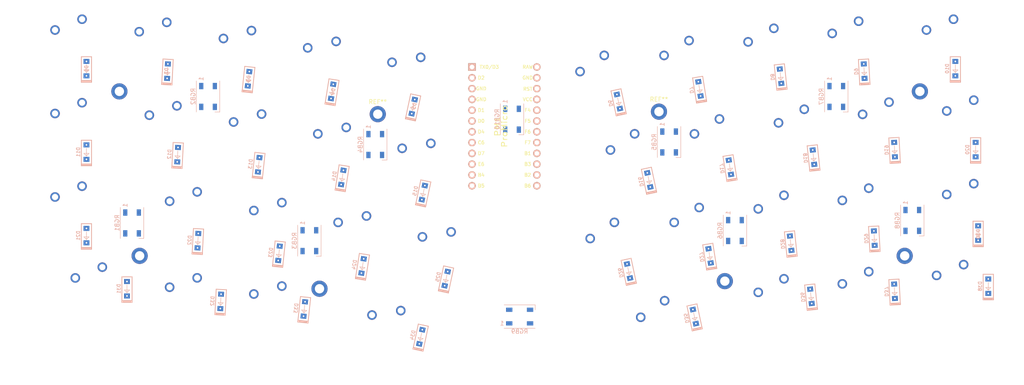
<source format=kicad_pcb>
(kicad_pcb (version 20211014) (generator pcbnew)
  (layers (0 "F.Cu" signal) (31 "B.Cu" signal) (34 "B.Paste" user) (35 "F.Paste" user) (36 "B.SilkS" user "B.Silkscreen") (37 "F.SilkS" user "F.Silkscreen") (38 "B.Mask" user) (39 "F.Mask" user) (44 "Edge.Cuts" user))
  (net 0 "")
  (net 1 "r1")
  (net 2 "Net-(D1-Pad2)")
  (net 3 "Net-(D4-Pad2)")
  (net 4 "Net-(D8-Pad2)")
  (net 5 "Net-(D9-Pad2)")
  (net 6 "r2")
  (net 7 "Net-(D10-Pad2)")
  (net 8 "r4")
  (net 9 "Net-(D11-Pad2)")
  (net 10 "Net-(D12-Pad2)")
  (net 11 "Net-(D13-Pad2)")
  (net 12 "Net-(D14-Pad2)")
  (net 13 "Net-(D15-Pad2)")
  (net 14 "Net-(D16-Pad2)")
  (net 15 "Net-(D17-Pad2)")
  (net 16 "Net-(D18-Pad2)")
  (net 17 "Net-(D19-Pad2)")
  (net 18 "c1")
  (net 19 "Net-(D20-Pad2)")
  (net 20 "Net-(D22-Pad2)")
  (net 21 "Net-(D24-Pad2)")
  (net 22 "Net-(D25-Pad2)")
  (net 23 "Net-(D26-Pad2)")
  (net 24 "Net-(D27-Pad2)")
  (net 25 "Net-(D28-Pad2)")
  (net 26 "Net-(D29-Pad2)")
  (net 27 "c2")
  (net 28 "Net-(D31-Pad2)")
  (net 29 "Net-(D32-Pad2)")
  (net 30 "Net-(D33-Pad2)")
  (net 31 "Net-(D34-Pad2)")
  (net 32 "Net-(D35-Pad2)")
  (net 33 "Net-(D36-Pad2)")
  (net 34 "Net-(D37-Pad2)")
  (net 35 "Net-(D38-Pad2)")
  (net 36 "c3")
  (net 37 "c4")
  (net 38 "c5")
  (net 39 "c6")
  (net 40 "c7")
  (net 41 "c8")
  (net 42 "c9")
  (net 43 "c10")
  (net 44 "r3")
  (net 45 "Net-(D2-Pad2)")
  (net 46 "Net-(D3-Pad2)")
  (net 47 "Net-(D5-Pad2)")
  (net 48 "Net-(D6-Pad2)")
  (net 49 "Net-(D7-Pad2)")
  (net 50 "Net-(D21-Pad2)")
  (net 51 "Net-(D23-Pad2)")
  (net 52 "Net-(D30-Pad2)")
  (net 55 "GND")
  (net 57 "VCC")
  (net 58 "RST")
  (net 61 "RGB")
  (net 62 "+5V")
  (net 63 "Net-(RGB2-Pad2)")
  (net 64 "Net-(RGB3-Pad2)")
  (net 65 "Net-(RGB5-Pad2)")
  (net 66 "Net-(RGB6-Pad2)")
  (net 67 "Net-(RGB1-Pad2)")
  (net 68 "Net-(RGB8-Pad4)")
  (net 69 "Net-(RGB4-Pad2)")
  (net 70 "Net-(RGB8-Pad2)")
  (net 71 "Net-(RGB9-Pad2)")
  (footprint "MX_Only:MXOnly-1U-NoLED" (layer "F.Cu") (at 416.123902 54.768796 -12)
    (fp_text reference "MX15")
    (fp_text value "MX-NoLED")
    (pad "" np_thru_hole circle (at 0 0 348) (size 3.9878 3.9878) (drill 3.9878) (layers *.Cu *.Mask))
    (pad "" np_thru_hole circle (at -5.08 0 36.0996) (size 1.75 1.75) (drill 1.75) (layers *.Cu *.Mask))
    (pad "" np_thru_hole circle (at 5.08 0 36.0996) (size 1.75 1.75) (drill 1.75) (layers *.Cu *.Mask))
    (pad "1" thru_hole circle (at -3.81 -2.54 348) (size 2.25 2.25) (drill 1.47) (layers *.Cu "B.Mask") (net 38 "c5"))
    (pad "2" thru_hole circle (at 2.54 -5.08 348) (size 2.25 2.25) (drill 1.47) (layers *.Cu "B.Mask") (net 13 "Net-(D15-Pad2)"))
  )
  (footprint "MX_Only:MXOnly-1.5U-NoLED" (layer "F.Cu") (at 544.71151 64.889117)
    (fp_text reference "MX30")
    (fp_text value "MX-NoLED")
    (pad "" np_thru_hole circle (at -5.08 0 48.0996) (size 1.75 1.75) (drill 1.75) (layers *.Cu *.Mask))
    (pad "" np_thru_hole circle (at 0 0) (size 3.9878 3.9878) (drill 3.9878) (layers *.Cu *.Mask))
    (pad "" np_thru_hole circle (at 5.08 0 48.0996) (size 1.75 1.75) (drill 1.75) (layers *.Cu *.Mask))
    (pad "1" thru_hole circle (at -3.81 -2.54) (size 2.25 2.25) (drill 1.47) (layers *.Cu "B.Mask") (net 43 "c10"))
    (pad "2" thru_hole circle (at 2.54 -5.08) (size 2.25 2.25) (drill 1.47) (layers *.Cu "B.Mask") (net 52 "Net-(D30-Pad2)"))
  )
  (footprint "MX_Only:MXOnly-1U-NoLED" (layer "F.Cu") (at 361.950419 86.915698 -3)
    (fp_text reference "MX32")
    (fp_text value "MX-NoLED")
    (pad "" np_thru_hole circle (at 5.08 0 45.0996) (size 1.75 1.75) (drill 1.75) (layers *.Cu *.Mask))
    (pad "" np_thru_hole circle (at -5.08 0 45.0996) (size 1.75 1.75) (drill 1.75) (layers *.Cu *.Mask))
    (pad "" np_thru_hole circle (at 0 0 357) (size 3.9878 3.9878) (drill 3.9878) (layers *.Cu *.Mask))
    (pad "1" thru_hole circle (at -3.81 -2.54 357) (size 2.25 2.25) (drill 1.47) (layers *.Cu "B.Mask") (net 27 "c2"))
    (pad "2" thru_hole circle (at 2.54 -5.08 357) (size 2.25 2.25) (drill 1.47) (layers *.Cu "B.Mask") (net 29 "Net-(D32-Pad2)"))
  )
  (footprint "MX_Only:MXOnly-1U-NoLED" (layer "F.Cu") (at 485.775523 50.006292 9)
    (fp_text reference "MX17")
    (fp_text value "MX-NoLED")
    (pad "" np_thru_hole circle (at 0 0 9) (size 3.9878 3.9878) (drill 3.9878) (layers *.Cu *.Mask))
    (pad "" np_thru_hole circle (at -5.08 0 57.0996) (size 1.75 1.75) (drill 1.75) (layers *.Cu *.Mask))
    (pad "" np_thru_hole circle (at 5.08 0 57.0996) (size 1.75 1.75) (drill 1.75) (layers *.Cu *.Mask))
    (pad "1" thru_hole circle (at -3.81 -2.54 9) (size 2.25 2.25) (drill 1.47) (layers *.Cu "B.Mask") (net 40 "c7"))
    (pad "2" thru_hole circle (at 2.54 -5.08 9) (size 2.25 2.25) (drill 1.47) (layers *.Cu "B.Mask") (net 15 "Net-(D17-Pad2)"))
  )
  (footprint "MX_Only:MXOnly-1U-NoLED" (layer "F.Cu") (at 361.950419 66.675056 -3)
    (fp_text reference "MX22")
    (fp_text value "MX-NoLED")
    (pad "" np_thru_hole circle (at 0 0 357) (size 3.9878 3.9878) (drill 3.9878) (layers *.Cu *.Mask))
    (pad "" np_thru_hole circle (at 5.08 0 45.0996) (size 1.75 1.75) (drill 1.75) (layers *.Cu *.Mask))
    (pad "" np_thru_hole circle (at -5.08 0 45.0996) (size 1.75 1.75) (drill 1.75) (layers *.Cu *.Mask))
    (pad "1" thru_hole circle (at -3.81 -2.54 357) (size 2.25 2.25) (drill 1.47) (layers *.Cu "B.Mask") (net 27 "c2"))
    (pad "2" thru_hole circle (at 2.54 -5.08 357) (size 2.25 2.25) (drill 1.47) (layers *.Cu "B.Mask") (net 20 "Net-(D22-Pad2)"))
  )
  (footprint "" (layer "F.Cu") (at 361.950419 86.915698)
    (fp_text reference "" (at 0 0) (layer "F.SilkS") (effects (font (size 1.27 1.27))))
    (fp_text value "" (at 0 0) (layer "F.SilkS") (effects (font (size 1.27 1.27))))
    (pad "" np_thru_hole circle locked (at 0 0 357) (size 3.9878 3.9878) (drill 3.9878) (layers *.Cu *.Mask))
  )
  (footprint "MX_Only:MXOnly-1U-NoLED" (layer "F.Cu") (at 500.658348 87.511011 6)
    (fp_text reference "MX36")
    (fp_text value "MX-NoLED")
    (pad "" np_thru_hole circle (at -5.08 0 54.0996) (size 1.75 1.75) (drill 1.75) (layers *.Cu *.Mask))
    (pad "" np_thru_hole circle (at 0 0 6) (size 3.9878 3.9878) (drill 3.9878) (layers *.Cu *.Mask))
    (pad "" np_thru_hole circle (at 5.08 0 54.0996) (size 1.75 1.75) (drill 1.75) (layers *.Cu *.Mask))
    (pad "1" thru_hole circle (at -3.81 -2.54 6) (size 2.25 2.25) (drill 1.47) (layers *.Cu "B.Mask") (net 41 "c8"))
    (pad "2" thru_hole circle (at 2.54 -5.08 6) (size 2.25 2.25) (drill 1.47) (layers *.Cu "B.Mask") (net 33 "Net-(D36-Pad2)"))
  )
  (footprint "MX_Only:MXOnly-1U-NoLED" (layer "F.Cu") (at 544.71151 45.243788)
    (fp_text reference "MX20")
    (fp_text value "MX-NoLED")
    (pad "" np_thru_hole circle (at 5.08 0 48.0996) (size 1.75 1.75) (drill 1.75) (layers *.Cu *.Mask))
    (pad "" np_thru_hole circle (at 0 0) (size 3.9878 3.9878) (drill 3.9878) (layers *.Cu *.Mask))
    (pad "" np_thru_hole circle (at -5.08 0 48.0996) (size 1.75 1.75) (drill 1.75) (layers *.Cu *.Mask))
    (pad "1" thru_hole circle (at -3.81 -2.54) (size 2.25 2.25) (drill 1.47) (layers *.Cu "B.Mask") (net 43 "c10"))
    (pad "2" thru_hole circle (at 2.54 -5.08) (size 2.25 2.25) (drill 1.47) (layers *.Cu "B.Mask") (net 19 "Net-(D20-Pad2)"))
  )
  (footprint "MX_Only:MXOnly-1U-NoLED" (layer "F.Cu") (at 458.986438 35.123467 12)
    (fp_text reference "MX6")
    (fp_text value "MX-NoLED")
    (pad "" np_thru_hole circle (at -5.08 0 60.0996) (size 1.75 1.75) (drill 1.75) (layers *.Cu *.Mask))
    (pad "" np_thru_hole circle (at 0 0 12) (size 3.9878 3.9878) (drill 3.9878) (layers *.Cu *.Mask))
    (pad "" np_thru_hole circle (at 5.08 0 60.0996) (size 1.75 1.75) (drill 1.75) (layers *.Cu *.Mask))
    (pad "1" thru_hole circle (at -3.81 -2.54 12) (size 2.25 2.25) (drill 1.47) (layers *.Cu "B.Mask") (net 39 "c6"))
    (pad "2" thru_hole circle (at 2.54 -5.08 12) (size 2.25 2.25) (drill 1.47) (layers *.Cu "B.Mask") (net 48 "Net-(D6-Pad2)"))
  )
  (footprint "" (layer "F.Cu") (at 335.161334 26.193772)
    (fp_text reference "" (at 0 0) (layer "F.SilkS") (effects (font (size 1.27 1.27))))
    (fp_text value "" (at 0 0) (layer "F.SilkS") (effects (font (size 1.27 1.27))))
    (pad "" np_thru_hole circle locked (at 0 0) (size 3.9878 3.9878) (drill 3.9878) (layers *.Cu *.Mask))
  )
  (footprint "MX_Only:MXOnly-1U-NoLED" (layer "F.Cu") (at 381.595748 69.056308 -6)
    (fp_text reference "MX23")
    (fp_text value "MX-NoLED")
    (pad "" np_thru_hole circle (at 5.08 0 42.0996) (size 1.75 1.75) (drill 1.75) (layers *.Cu *.Mask))
    (pad "" np_thru_hole circle (at 0 0 354) (size 3.9878 3.9878) (drill 3.9878) (layers *.Cu *.Mask))
    (pad "" np_thru_hole circle (at -5.08 0 42.0996) (size 1.75 1.75) (drill 1.75) (layers *.Cu *.Mask))
    (pad "1" thru_hole circle (at -3.81 -2.54 354) (size 2.25 2.25) (drill 1.47) (layers *.Cu "B.Mask") (net 36 "c3"))
    (pad "2" thru_hole circle (at 2.54 -5.08 354) (size 2.25 2.25) (drill 1.47) (layers *.Cu "B.Mask") (net 51 "Net-(D23-Pad2)"))
  )
  (footprint "MX_Only:MXOnly-1.75U-NoLED" (layer "F.Cu") (at 408.980146 94.059454 -13)
    (fp_text reference "MX34")
    (fp_text value "MX-NoLED")
    (pad "" np_thru_hole circle (at -5.08 0 35.0996) (size 1.75 1.75) (drill 1.75) (layers *.Cu *.Mask))
    (pad "" np_thru_hole circle (at 5.08 0 35.0996) (size 1.75 1.75) (drill 1.75) (layers *.Cu *.Mask))
    (pad "" np_thru_hole circle (at 0 0 347) (size 3.9878 3.9878) (drill 3.9878) (layers *.Cu *.Mask))
    (pad "1" thru_hole circle (at -3.81 -2.54 347) (size 2.25 2.25) (drill 1.47) (layers *.Cu "B.Mask") (net 37 "c4"))
    (pad "2" thru_hole circle (at 2.54 -5.08 347) (size 2.25 2.25) (drill 1.47) (layers *.Cu "B.Mask") (net 31 "Net-(D34-Pad2)"))
  )
  (footprint "MX_Only:MXOnly-1U-NoLED" (layer "F.Cu") (at 401.241077 72.032873 -9)
    (fp_text reference "MX24")
    (fp_text value "MX-NoLED")
    (pad "" np_thru_hole circle (at -5.08 0 39.0996) (size 1.75 1.75) (drill 1.75) (layers *.Cu *.Mask))
    (pad "" np_thru_hole circle (at 5.08 0 39.0996) (size 1.75 1.75) (drill 1.75) (layers *.Cu *.Mask))
    (pad "" np_thru_hole circle (at 0 0 351) (size 3.9878 3.9878) (drill 3.9878) (layers *.Cu *.Mask))
    (pad "1" thru_hole circle (at -3.81 -2.54 351) (size 2.25 2.25) (drill 1.47) (layers *.Cu "B.Mask") (net 37 "c4"))
    (pad "2" thru_hole circle (at 2.54 -5.08 351) (size 2.25 2.25) (drill 1.47) (layers *.Cu "B.Mask") (net 21 "Net-(D24-Pad2)"))
  )
  (footprint "MX_Only:MXOnly-1U-NoLED" (layer "F.Cu") (at 413.74265 34.528154 -12)
    (fp_text reference "MX5")
    (fp_text value "MX-NoLED")
    (pad "" np_thru_hole circle (at 5.08 0 36.0996) (size 1.75 1.75) (drill 1.75) (layers *.Cu *.Mask))
    (pad "" np_thru_hole circle (at -5.08 0 36.0996) (size 1.75 1.75) (drill 1.75) (layers *.Cu *.Mask))
    (pad "" np_thru_hole circle (at 0 0 348) (size 3.9878 3.9878) (drill 3.9878) (layers *.Cu *.Mask))
    (pad "1" thru_hole circle (at -3.81 -2.54 348) (size 2.25 2.25) (drill 1.47) (layers *.Cu "B.Mask") (net 38 "c5"))
    (pad "2" thru_hole circle (at 2.54 -5.08 348) (size 2.25 2.25) (drill 1.47) (layers *.Cu "B.Mask") (net 47 "Net-(D5-Pad2)"))
  )
  (footprint "MX_Only:MXOnly-1U-NoLED" (layer "F.Cu") (at 478.631767 31.551589 9)
    (fp_text reference "MX7")
    (fp_text value "MX-NoLED")
    (pad "" np_thru_hole circle (at 0 0 9) (size 3.9878 3.9878) (drill 3.9878) (layers *.Cu *.Mask))
    (pad "" np_thru_hole circle (at 5.08 0 57.0996) (size 1.75 1.75) (drill 1.75) (layers *.Cu *.Mask))
    (pad "" np_thru_hole circle (at -5.08 0 57.0996) (size 1.75 1.75) (drill 1.75) (layers *.Cu *.Mask))
    (pad "1" thru_hole circle (at -3.81 -2.54 9) (size 2.25 2.25) (drill 1.47) (layers *.Cu "B.Mask") (net 40 "c7"))
    (pad "2" thru_hole circle (at 2.54 -5.08 9) (size 2.25 2.25) (drill 1.47) (layers *.Cu "B.Mask") (net 49 "Net-(D7-Pad2)"))
  )
  (footprint "" (layer "F.Cu") (at 531.019311 76.795377)
    (fp_text reference "" (at 0 0) (layer "F.SilkS") (effects (font (size 1.27 1.27))))
    (fp_text value "" (at 0 0) (layer "F.SilkS") (effects (font (size 1.27 1.27))))
    (pad "1" thru_hole circle (at 0 0) (size 3.8 3.8) (drill 2.2) (layers *.Cu *.Mask))
  )
  (footprint "MX_Only:MXOnly-1U-NoLED" (layer "F.Cu") (at 335.161334 26.193772)
    (fp_text reference "MX1")
    (fp_text value "MX-NoLED")
    (pad "" np_thru_hole circle (at -5.08 0 48.0996) (size 1.75 1.75) (drill 1.75) (layers *.Cu *.Mask))
    (pad "" np_thru_hole circle (at 0 0) (size 3.9878 3.9878) (drill 3.9878) (layers *.Cu *.Mask))
    (pad "" np_thru_hole circle (at 5.08 0 48.0996) (size 1.75 1.75) (drill 1.75) (layers *.Cu *.Mask))
    (pad "1" thru_hole circle (at -3.81 -2.54) (size 2.25 2.25) (drill 1.47) (layers *.Cu "B.Mask") (net 18 "c1"))
    (pad "2" thru_hole circle (at 2.54 -5.08) (size 2.25 2.25) (drill 1.47) (layers *.Cu "B.Mask") (net 2 "Net-(D1-Pad2)"))
  )
  (footprint "MX_Only:MXOnly-1.75U-NoLED" (layer "F.Cu") (at 335.161334 65.48443)
    (fp_text reference "MX21")
    (fp_text value "MX-NoLED")
    (pad "" np_thru_hole circle (at 0 0) (size 3.9878 3.9878) (drill 3.9878) (layers *.Cu *.Mask))
    (pad "" np_thru_hole circle (at -5.08 0 48.0996) (size 1.75 1.75) (drill 1.75) (layers *.Cu *.Mask))
    (pad "" np_thru_hole circle (at 5.08 0 48.0996) (size 1.75 1.75) (drill 1.75) (layers *.Cu *.Mask))
    (pad "1" thru_hole circle (at -3.81 -2.54) (size 2.25 2.25) (drill 1.47) (layers *.Cu "B.Mask") (net 18 "c1"))
    (pad "2" thru_hole circle (at 2.54 -5.08) (size 2.25 2.25) (drill 1.47) (layers *.Cu "B.Mask") (net 50 "Net-(D21-Pad2)"))
  )
  (footprint "MX_Only:MXOnly-1U-NoLED" (layer "F.Cu") (at 357.187915 46.434414 -3)
    (fp_text reference "MX12")
    (fp_text value "MX-NoLED")
    (pad "" np_thru_hole circle (at 5.08 0 45.0996) (size 1.75 1.75) (drill 1.75) (layers *.Cu *.Mask))
    (pad "" np_thru_hole circle (at -5.08 0 45.0996) (size 1.75 1.75) (drill 1.75) (layers *.Cu *.Mask))
    (pad "" np_thru_hole circle (at 0 0 357) (size 3.9878 3.9878) (drill 3.9878) (layers *.Cu *.Mask))
    (pad "1" thru_hole circle (at -3.81 -2.54 357) (size 2.25 2.25) (drill 1.47) (layers *.Cu "B.Mask") (net 27 "c2"))
    (pad "2" thru_hole circle (at 2.54 -5.08 357) (size 2.25 2.25) (drill 1.47) (layers *.Cu "B.Mask") (net 10 "Net-(D12-Pad2)"))
  )
  (footprint "MX_Only:MXOnly-1U-NoLED" (layer "F.Cu") (at 354.806663 26.789085 -3)
    (fp_text reference "MX2")
    (fp_text value "MX-NoLED")
    (pad "" np_thru_hole circle (at -5.08 0 45.0996) (size 1.75 1.75) (drill 1.75) (layers *.Cu *.Mask))
    (pad "" np_thru_hole circle (at 0 0 357) (size 3.9878 3.9878) (drill 3.9878) (layers *.Cu *.Mask))
    (pad "" np_thru_hole circle (at 5.08 0 45.0996) (size 1.75 1.75) (drill 1.75) (layers *.Cu *.Mask))
    (pad "1" thru_hole circle (at -3.81 -2.54 357) (size 2.25 2.25) (drill 1.47) (layers *.Cu "B.Mask") (net 27 "c2"))
    (pad "2" thru_hole circle (at 2.54 -5.08 357) (size 2.25 2.25) (drill 1.47) (layers *.Cu "B.Mask") (net 45 "Net-(D2-Pad2)"))
  )
  (footprint "" (layer "F.Cu") (at 534.591189 38.100032)
    (fp_text reference "" (at 0 0) (layer "F.SilkS") (effects (font (size 1.27 1.27))))
    (fp_text value "" (at 0 0) (layer "F.SilkS") (effects (font (size 1.27 1.27))))
    (pad "1" thru_hole circle (at 0 0) (size 3.8 3.8) (drill 2.2) (layers *.Cu *.Mask))
  )
  (footprint "MX_Only:MXOnly-1U-NoLED" (layer "F.Cu") (at 374.451992 28.575024 -6)
    (fp_text reference "MX3")
    (fp_text value "MX-NoLED")
    (pad "" np_thru_hole circle (at 5.08 0 42.0996) (size 1.75 1.75) (drill 1.75) (layers *.Cu *.Mask))
    (pad "" np_thru_hole circle (at -5.08 0 42.0996) (size 1.75 1.75) (drill 1.75) (layers *.Cu *.Mask))
    (pad "" np_thru_hole circle (at 0 0 354) (size 3.9878 3.9878) (drill 3.9878) (layers *.Cu *.Mask))
    (pad "1" thru_hole circle (at -3.81 -2.54 354) (size 2.25 2.25) (drill 1.47) (layers *.Cu "B.Mask") (net 36 "c3"))
    (pad "2" thru_hole circle (at 2.54 -5.08 354) (size 2.25 2.25) (drill 1.47) (layers *.Cu "B.Mask") (net 46 "Net-(D3-Pad2)"))
  )
  (footprint "MX_Only:MXOnly-1U-NoLED" (layer "F.Cu") (at 466.130194 53.57817 12)
    (fp_text reference "MX16")
    (fp_text value "MX-NoLED")
    (pad "" np_thru_hole circle (at -5.08 0 60.0996) (size 1.75 1.75) (drill 1.75) (layers *.Cu *.Mask))
    (pad "" np_thru_hole circle (at 5.08 0 60.0996) (size 1.75 1.75) (drill 1.75) (layers *.Cu *.Mask))
    (pad "" np_thru_hole circle (at 0 0 12) (size 3.9878 3.9878) (drill 3.9878) (layers *.Cu *.Mask))
    (pad "1" thru_hole circle (at -3.81 -2.54 12) (size 2.25 2.25) (drill 1.47) (layers *.Cu "B.Mask") (net 39 "c6"))
    (pad "2" thru_hole circle (at 2.54 -5.08 12) (size 2.25 2.25) (drill 1.47) (layers *.Cu "B.Mask") (net 14 "Net-(D16-Pad2)"))
  )
  (footprint "MX_Only:MXOnly-1U-NoLED" (layer "F.Cu") (at 394.097321 30.956276 -9)
    (fp_text reference "MX4")
    (fp_text value "MX-NoLED")
    (pad "" np_thru_hole circle (at -5.08 0 39.0996) (size 1.75 1.75) (drill 1.75) (layers *.Cu *.Mask))
    (pad "" np_thru_hole circle (at 5.08 0 39.0996) (size 1.75 1.75) (drill 1.75) (layers *.Cu *.Mask))
    (pad "" np_thru_hole circle (at 0 0 351) (size 3.9878 3.9878) (drill 3.9878) (layers *.Cu *.Mask))
    (pad "1" thru_hole circle (at -3.81 -2.54 351) (size 2.25 2.25) (drill 1.47) (layers *.Cu "B.Mask") (net 37 "c4"))
    (pad "2" thru_hole circle (at 2.54 -5.08 351) (size 2.25 2.25) (drill 1.47) (layers *.Cu "B.Mask") (net 3 "Net-(D4-Pad2)"))
  )
  (footprint "MX_Only:MXOnly-1U-NoLED" (layer "F.Cu") (at 376.833244 48.220353 -6)
    (fp_text reference "MX13")
    (fp_text value "MX-NoLED")
    (pad "" np_thru_hole circle (at 0 0 354) (size 3.9878 3.9878) (drill 3.9878) (layers *.Cu *.Mask))
    (pad "" np_thru_hole circle (at 5.08 0 42.0996) (size 1.75 1.75) (drill 1.75) (layers *.Cu *.Mask))
    (pad "" np_thru_hole circle (at -5.08 0 42.0996) (size 1.75 1.75) (drill 1.75) (layers *.Cu *.Mask))
    (pad "1" thru_hole circle (at -3.81 -2.54 354) (size 2.25 2.25) (drill 1.47) (layers *.Cu "B.Mask") (net 36 "c3"))
    (pad "2" thru_hole circle (at 2.54 -5.08 354) (size 2.25 2.25) (drill 1.47) (layers *.Cu "B.Mask") (net 11 "Net-(D13-Pad2)"))
  )
  (footprint "" (layer "F.Cu") (at 381.595748 88.701637)
    (fp_text reference "" (at 0 0) (layer "F.SilkS") (effects (font (size 1.27 1.27))))
    (fp_text value "" (at 0 0) (layer "F.SilkS") (effects (font (size 1.27 1.27))))
    (pad "" np_thru_hole circle locked (at 0 0 354) (size 3.9878 3.9878) (drill 3.9878) (layers *.Cu *.Mask))
  )
  (footprint "Keebio-Parts:ArduinoProMicro" (layer "F.Cu") (at 436.959857 46.332012 -90)
    (fp_text reference "PM1" (at 0 1.625 90) (layer "F.SilkS") (effects (font (size 1.27 1.524) (thickness 0.2032))))
    (fp_text value "ProMicro" (at 0 0 90) (layer "F.SilkS") (effects (font (size 1.27 1.524) (thickness 0.2032))))
    (fp_text user "D4" (at 1.27 5.461) (layer "F.SilkS") (effects (font (size 0.8 0.8))))
    (fp_text user "RAW" (at -13.97 -5.461) (layer "F.SilkS") (effects (font (size 0.8 0.8))))
    (fp_text user "GND" (at -8.89 5.461) (layer "F.SilkS") (effects (font (size 0.8 0.8))))
    (fp_text user "F6" (at 1.27 -5.461) (layer "F.SilkS") (effects (font (size 0.8 0.8))))
    (fp_text user "B4" (at 11.43 5.461) (layer "F.SilkS") (effects (font (size 0.8 0.8))))
    (fp_text user "D0" (at -1.27 5.461) (layer "F.SilkS") (effects (font (size 0.8 0.8))))
    (fp_text user "E6" (at 8.89 5.461) (layer "F.SilkS") (effects (font (size 0.8 0.8))))
    (fp_text user "D7" (at 6.35 5.461) (layer "F.SilkS") (effects (font (size 0.8 0.8))))
    (fp_text user "RST" (at -8.8 -5.5) (layer "F.SilkS") (effects (font (size 0.8 0.8))))
    (fp_text user "VCC" (at -6.35 -5.461) (layer "F.SilkS") (effects (font (size 0.8 0.8))))
    (fp_text user "B6" (at 13.97 -5.461) (layer "F.SilkS") (effects (font (size 0.8 0.8))))
    (fp_text user "GND" (at -6.35 5.461) (layer "F.SilkS") (effects (font (size 0.8 0.8))))
    (fp_text user "GND" (at -11.43 -5.461) (layer "F.SilkS") (effects (font (size 0.8 0.8))))
    (fp_text user "B3" (at 8.89 -5.461) (layer "F.SilkS") (effects (font (size 0.8 0.8))))
    (fp_text user "C6" (at 3.81 5.461) (layer "F.SilkS") (effects (font (size 0.8 0.8))))
    (fp_text user "TX0/D3" (at -13.97 3.571872) (layer "F.SilkS") (effects (font (size 0.8 0.8))))
    (fp_text user "B5" (at 13.97 5.461) (layer "F.SilkS") (effects (font (size 0.8 0.8))))
    (fp_text user "B1" (at 6.35 -5.461) (layer "F.SilkS") (effects (font (size 0.8 0.8))))
    (fp_text user "D2" (at -11.43 5.461) (layer "F.SilkS") (effects (font (size 0.8 0.8))))
    (fp_text user "B2" (at 11.43 -5.461) (layer "F.SilkS") (effects (font (size 0.8 0.8))))
    (fp_text user "F7" (at 3.81 -5.461) (layer "F.SilkS") (effects (font (size 0.8 0.8))))
    (fp_text user "D1" (at -3.81 5.461) (layer "F.SilkS") (effects (font (size 0.8 0.8))))
    (fp_text user "F5" (at -1.27 -5.461) (layer "F.SilkS") (effects (font (size 0.8 0.8))))
    (fp_text user "F4" (at -3.81 -5.461) (layer "F.SilkS") (effects (font (size 0.8 0.8))))
    (pad "1" thru_hole rect (at -13.97 7.62 270) (size 1.7526 1.7526) (drill 1.0922) (layers *.Cu *.SilkS *.Mask))
    (pad "2" thru_hole circle (at -11.43 7.62 270) (size 1.7526 1.7526) (drill 1.0922) (layers *.Cu *.SilkS *.Mask))
    (pad "3" thru_hole circle (at -8.89 7.62 270) (size 1.7526 1.7526) (drill 1.0922) (layers *.Cu *.SilkS *.Mask) (net 55 "GND"))
    (pad "4" thru_hole circle (at -6.35 7.62 270) (size 1.7526 1.7526) (drill 1.0922) (layers *.Cu *.SilkS *.Mask) (net 55 "GND"))
    (pad "5" thru_hole circle (at -3.81 7.62 270) (size 1.7526 1.7526) (drill 1.0922) (layers *.Cu *.SilkS *.Mask) (net 18 "c1"))
    (pad "6" thru_hole circle (at -1.27 7.62 270) (size 1.7526 1.7526) (drill 1.0922) (layers *.Cu *.SilkS *.Mask) (net 27 "c2"))
    (pad "7" thru_hole circle (at 1.27 7.62 270) (size 1.7526 1.7526) (drill 1.0922) (layers *.Cu *.SilkS *.Mask) (net 36 "c3"))
    (pad "8" thru_hole circle (at 3.81 7.62 270) (size 1.7526 1.7526) (drill 1.0922) (layers *.Cu *.SilkS *.Mask) (net 37 "c4"))
    (pad "9" thru_hole circle (at 6.35 7.62 270) (size 1.7526 1.7526) (drill 1.0922) (layers *.Cu *.SilkS *.Mask) (net 38 "c5"))
    (pad "10" thru_hole circle (at 8.89 7.62 270) (size 1.7526 1.7526) (drill 1.0922) (layers *.Cu *.SilkS *.Mask) (net 1 "r1"))
    (pad "11" thru_hole circle (at 11.43 7.62 270) (size 1.7526 1.7526) (drill 1.0922) (layers *.Cu *.SilkS *.Mask) (net 6 "r2"))
    (pad "12" thru_hole circle (at 13.97 7.62 270) (size 1.7526 1.7526) (drill 1.0922) (layers *.Cu *.SilkS *.Mask))
    (pad "13" thru_hole circle (at 13.97 -7.62 270) (size 1.7526 1.7526) (drill 1.0922) (layers *.Cu *.SilkS *.Mask) (net 44 "r3"))
    (pad "14" thru_hole circle (at 11.43 -7.62 270) (size 1.7526 1.7526) (drill 1.0922) (layers *.Cu *.SilkS *.Mask) (net 8 "r4"))
    (pad "15" thru_hole circle (at 8.89 -7.62 270) (size 1.7526 1.7526) (drill 1.0922) (layers *.Cu *.SilkS *.Mask))
    (pad "16" thru_hole circle (at 6.35 -7.62 270) (size 1.7526 1.7526) (drill 1.0922) (layers *.Cu *.SilkS *.Mask) (net 39 "c6"))
    (pad "17" thru_hole circle (at 3.81 -7.62 270) (size 1.7526 1.7526) (drill 1.0922) (layers *.Cu *.SilkS *.Mask) (net 40 "c7"))
    (pad "18" thru_hole circle (at 1.27 -7.62 270) (size 1.7526 1.7526) (drill 1.0922) (layers *.Cu *.SilkS *.Mask) (net 41 "c8"))
    (pad "19" thru_hole circle (at -1.27 -7.62 270) (size 1.7526 1.7526) (drill 1.0922) (layers *.Cu *.SilkS *.Mask) (net 42 "c9"))
    (pad "20" thru_hole circle (at -3.81 -7.62 270) (size 1.7526 1.7526) (drill 1.0922) (layers *.Cu *.SilkS *.Mask) (net 43 "c10"))
    (pad "21" thru_hole circle (at -6.35 -7.62 270) (size 1.7526 1.7526) (drill 1.0922) (layers *.Cu *.SilkS *.Mask) (net 57 "VCC"))
    (pad "22" thru_hole circle (at -8.89 -7.62 270) (size 1.7526 1.7526) (drill 1.0922) (layers *.Cu *.SilkS *.Mask) (net 58 "RST"))
    (pad "23" thru_hole circle (at -11.43 -7.62 270) (size 1.7526 1.7526) (drill 1.0922) (layers *.Cu *.SilkS *.Mask) (net 55 "GND"))
    (pad "24" thru_hole circle (at -13.97 -7.62 270) (size 1.7526 1.7526) (drill 1.0922) (layers *.Cu *.SilkS *.Mask))
  )
  (footprint "MX_Only:MXOnly-1U-NoLED" (layer "F.Cu") (at 520.303677 66.079743 3)
    (fp_text reference "MX29")
    (fp_text value "MX-NoLED")
    (pad "" np_thru_hole circle (at -5.08 0 51.0996) (size 1.75 1.75) (drill 1.75) (layers *.Cu *.Mask))
    (pad "" np_thru_hole circle (at 0 0 3) (size 3.9878 3.9878) (drill 3.9878) (layers *.Cu *.Mask))
    (pad "" np_thru_hole circle (at 5.08 0 51.0996) (size 1.75 1.75) (drill 1.75) (layers *.Cu *.Mask))
    (pad "1" thru_hole circle (at -3.81 -2.54 3) (size 2.25 2.25) (drill 1.47) (layers *.Cu "B.Mask") (net 42 "c9"))
    (pad "2" thru_hole circle (at 2.54 -5.08 3) (size 2.25 2.25) (drill 1.47) (layers *.Cu "B.Mask") (net 26 "Net-(D29-Pad2)"))
  )
  (footprint "MX_Only:MXOnly-1.75U-NoLED" (layer "F.Cu") (at 473.27395 92.868828 13)
    (fp_text reference "MX35")
    (fp_text value "MX-NoLED")
    (pad "" np_thru_hole circle (at -5.08 0 61.0996) (size 1.75 1.75) (drill 1.75) (layers *.Cu *.Mask))
    (pad "" np_thru_hole circle (at 0 0 13) (size 3.9878 3.9878) (drill 3.9878) (layers *.Cu *.Mask))
    (pad "" np_thru_hole circle (at 5.08 0 61.0996) (size 1.75 1.75) (drill 1.75) (layers *.Cu *.Mask))
    (pad "1" thru_hole circle (at -3.81 -2.54 13) (size 2.25 2.25) (drill 1.47) (layers *.Cu "B.Mask") (net 40 "c7"))
    (pad "2" thru_hole circle (at 2.54 -5.08 13) (size 2.25 2.25) (drill 1.47) (layers *.Cu "B.Mask") (net 32 "Net-(D35-Pad2)"))
  )
  (footprint "MX_Only:MXOnly-1.25U-NoLED" (layer "F.Cu") (at 542.330258 83.939133)
    (fp_text reference "MX38")
    (fp_text value "MX-NoLED")
    (pad "" np_thru_hole circle (at -5.08 0 48.0996) (size 1.75 1.75) (drill 1.75) (layers *.Cu *.Mask))
    (pad "" np_thru_hole circle (at 0 0) (size 3.9878 3.9878) (drill 3.9878) (layers *.Cu *.Mask))
    (pad "" np_thru_hole circle (at 5.08 0 48.0996) (size 1.75 1.75) (drill 1.75) (layers *.Cu *.Mask))
    (pad "1" thru_hole circle (at -3.81 -2.54) (size 2.25 2.25) (drill 1.47) (layers *.Cu "B.Mask") (net 43 "c10"))
    (pad "2" thru_hole circle (at 2.54 -5.08) (size 2.25 2.25) (drill 1.47) (layers *.Cu "B.Mask") (net 35 "Net-(D38-Pad2)"))
  )
  (footprint "MX_Only:MXOnly-1U-NoLED" (layer "F.Cu") (at 505.420852 47.62504 6)
    (fp_text reference "MX18")
    (fp_text value "MX-NoLED")
    (pad "" np_thru_hole circle (at -5.08 0 54.0996) (size 1.75 1.75) (drill 1.75) (layers *.Cu *.Mask))
    (pad "" np_thru_hole circle (at 5.08 0 54.0996) (size 1.75 1.75) (drill 1.75) (layers *.Cu *.Mask))
    (pad "" np_thru_hole circle (at 0 0 6) (size 3.9878 3.9878) (drill 3.9878) (layers *.Cu *.Mask))
    (pad "1" thru_hole circle (at -3.81 -2.54 6) (size 2.25 2.25) (drill 1.47) (layers *.Cu "B.Mask") (net 41 "c8"))
    (pad "2" thru_hole circle (at 2.54 -5.08 6) (size 2.25 2.25) (drill 1.47) (layers *.Cu "B.Mask") (net 16 "Net-(D18-Pad2)"))
  )
  (footprint "MX_Only:MXOnly-1U-NoLED" (layer "F.Cu") (at 520.303677 85.725072 3)
    (fp_text reference "MX37")
    (fp_text value "MX-NoLED")
    (pad "" np_thru_hole circle (at 0 0 3) (size 3.9878 3.9878) (drill 3.9878) (layers *.Cu *.Mask))
    (pad "" np_thru_hole circle (at -5.08 0 51.0996) (size 1.75 1.75) (drill 1.75) (layers *.Cu *.Mask))
    (pad "" np_thru_hole circle (at 5.08 0 51.0996) (size 1.75 1.75) (drill 1.75) (layers *.Cu *.Mask))
    (pad "1" thru_hole circle (at -3.81 -2.54 3) (size 2.25 2.25) (drill 1.47) (layers *.Cu "B.Mask") (net 42 "c9"))
    (pad "2" thru_hole circle (at 2.54 -5.08 3) (size 2.25 2.25) (drill 1.47) (layers *.Cu "B.Mask") (net 34 "Net-(D37-Pad2)"))
  )
  (footprint "MountingHole:MountingHole_2.2mm_M2_DIN965_Pad" (layer "F.Cu") (at 473.27395 42.862536)
    (fp_text reference "REF**" (at 0 -2.9) (layer "F.SilkS"))
    (fp_text value "MountingHole_2.2mm_M2_DIN965_Pad")
    (pad "1" thru_hole circle (at 0 0) (size 3.8 3.8) (drill 2.2) (layers *.Cu *.Mask))
  )
  (footprint "MX_Only:MXOnly-1U-NoLED" (layer "F.Cu") (at 525.066181 45.839101 3)
    (fp_text reference "MX19")
    (fp_text value "MX-NoLED")
    (pad "" np_thru_hole circle (at 5.08 0 51.0996) (size 1.75 1.75) (drill 1.75) (layers *.Cu *.Mask))
    (pad "" np_thru_hole circle (at 0 0 3) (size 3.9878 3.9878) (drill 3.9878) (layers *.Cu *.Mask))
    (pad "" np_thru_hole circle (at -5.08 0 51.0996) (size 1.75 1.75) (drill 1.75) (layers *.Cu *.Mask))
    (pad "1" thru_hole circle (at -3.81 -2.54 3) (size 2.25 2.25) (drill 1.47) (layers *.Cu "B.Mask") (net 42 "c9"))
    (pad "2" thru_hole circle (at 2.54 -5.08 3) (size 2.25 2.25) (drill 1.47) (layers *.Cu "B.Mask") (net 17 "Net-(D19-Pad2)"))
  )
  (footprint "" (layer "F.Cu") (at 346.472281 38.100032)
    (fp_text reference "" (at 0 0) (layer "F.SilkS") (effects (font (size 1.27 1.27))))
    (fp_text value "" (at 0 0) (layer "F.SilkS") (effects (font (size 1.27 1.27))))
    (pad "1" thru_hole circle (at 0 0) (size 3.8 3.8) (drill 2.2) (layers *.Cu *.Mask))
  )
  (footprint "MX_Only:MXOnly-1.25U-NoLED" (layer "F.Cu") (at 335.161334 45.839101)
    (fp_text reference "MX11")
    (fp_text value "MX-NoLED")
    (pad "" np_thru_hole circle (at 0 0) (size 3.9878 3.9878) (drill 3.9878) (layers *.Cu *.Mask))
    (pad "" np_thru_hole circle (at 5.08 0 48.0996) (size 1.75 1.75) (drill 1.75) (layers *.Cu *.Mask))
    (pad "" np_thru_hole circle (at -5.08 0 48.0996) (size 1.75 1.75) (drill 1.75) (layers *.Cu *.Mask))
    (pad "1" thru_hole circle (at -3.81 -2.54) (size 2.25 2.25) (drill 1.47) (layers *.Cu "B.Mask") (net 18 "c1"))
    (pad "2" thru_hole circle (at 2.54 -5.08) (size 2.25 2.25) (drill 1.47) (layers *.Cu "B.Mask") (net 9 "Net-(D11-Pad2)"))
  )
  (footprint "MX_Only:MXOnly-1U-NoLED" (layer "F.Cu") (at 500.658348 67.865682 6)
    (fp_text reference "MX28")
    (fp_text value "MX-NoLED")
    (pad "" np_thru_hole circle (at -5.08 0 54.0996) (size 1.75 1.75) (drill 1.75) (layers *.Cu *.Mask))
    (pad "" np_thru_hole circle (at 0 0 6) (size 3.9878 3.9878) (drill 3.9878) (layers *.Cu *.Mask))
    (pad "" np_thru_hole circle (at 5.08 0 54.0996) (size 1.75 1.75) (drill 1.75) (layers *.Cu *.Mask))
    (pad "1" thru_hole circle (at -3.81 -2.54 6) (size 2.25 2.25) (drill 1.47) (layers *.Cu "B.Mask") (net 41 "c8"))
    (pad "2" thru_hole circle (at 2.54 -5.08 6) (size 2.25 2.25) (drill 1.47) (layers *.Cu "B.Mask") (net 25 "Net-(D28-Pad2)"))
  )
  (footprint "MX_Only:MXOnly-1U-NoLED" (layer "F.Cu") (at 396.478573 51.196918 -9)
    (fp_text reference "MX14")
    (fp_text value "MX-NoLED")
    (pad "" np_thru_hole circle (at -5.08 0 39.0996) (size 1.75 1.75) (drill 1.75) (layers *.Cu *.Mask))
    (pad "" np_thru_hole circle (at 5.08 0 39.0996) (size 1.75 1.75) (drill 1.75) (layers *.Cu *.Mask))
    (pad "" np_thru_hole circle (at 0 0 351) (size 3.9878 3.9878) (drill 3.9878) (layers *.Cu *.Mask))
    (pad "1" thru_hole circle (at -3.81 -2.54 351) (size 2.25 2.25) (drill 1.47) (layers *.Cu "B.Mask") (net 37 "c4"))
    (pad "2" thru_hole circle (at 2.54 -5.08 351) (size 2.25 2.25) (drill 1.47) (layers *.Cu "B.Mask") (net 12 "Net-(D14-Pad2)"))
  )
  (footprint "MX_Only:MXOnly-1U-NoLED" (layer "F.Cu") (at 517.922425 26.789085 3)
    (fp_text reference "MX9")
    (fp_text value "MX-NoLED")
    (pad "" np_thru_hole circle (at -5.08 0 51.0996) (size 1.75 1.75) (drill 1.75) (layers *.Cu *.Mask))
    (pad "" np_thru_hole circle (at 0 0 3) (size 3.9878 3.9878) (drill 3.9878) (layers *.Cu *.Mask))
    (pad "" np_thru_hole circle (at 5.08 0 51.0996) (size 1.75 1.75) (drill 1.75) (layers *.Cu *.Mask))
    (pad "1" thru_hole circle (at -3.81 -2.54 3) (size 2.25 2.25) (drill 1.47) (layers *.Cu "B.Mask") (net 42 "c9"))
    (pad "2" thru_hole circle (at 2.54 -5.08 3) (size 2.25 2.25) (drill 1.47) (layers *.Cu "B.Mask") (net 5 "Net-(D9-Pad2)"))
  )
  (footprint "MountingHole:MountingHole_2.2mm_M2_DIN965_Pad" (layer "F.Cu") (at 407.194207 43.457849)
    (fp_text reference "REF**" (at 0 -2.9) (layer "F.SilkS"))
    (fp_text value "MountingHole_2.2mm_M2_DIN965_Pad")
    (pad "1" thru_hole circle (at 0 0) (size 3.8 3.8) (drill 2.2) (layers *.Cu *.Mask))
  )
  (footprint "" (layer "F.Cu") (at 393.502008 84.534446)
    (fp_text reference "" (at 0 0) (layer "F.SilkS") (effects (font (size 1.27 1.27))))
    (fp_text value "" (at 0 0) (layer "F.SilkS") (effects (font (size 1.27 1.27))))
    (pad "1" thru_hole circle (at 0 0) (size 3.8 3.8) (drill 2.2) (layers *.Cu *.Mask))
  )
  (footprint "MX_Only:MXOnly-1.25U-NoLED" (layer "F.Cu") (at 539.949006 26.193772)
    (fp_text reference "MX10")
    (fp_text value "MX-NoLED")
    (pad "" np_thru_hole circle (at 0 0) (size 3.9878 3.9878) (drill 3.9878) (layers *.Cu *.Mask))
    (pad "" np_thru_hole circle (at -5.08 0 48.0996) (size 1.75 1.75) (drill 1.75) (layers *.Cu *.Mask))
    (pad "" np_thru_hole circle (at 5.08 0 48.0996) (size 1.75 1.75) (drill 1.75) (layers *.Cu *.Mask))
    (pad "1" thru_hole circle (at -3.81 -2.54) (size 2.25 2.25) (drill 1.47) (layers *.Cu "B.Mask") (net 43 "c10"))
    (pad "2" thru_hole circle (at 2.54 -5.08) (size 2.25 2.25) (drill 1.47) (layers *.Cu "B.Mask") (net 7 "Net-(D10-Pad2)"))
  )
  (footprint "MX_Only:MXOnly-1.25U-NoLED" (layer "F.Cu") (at 339.923838 84.534446)
    (fp_text reference "MX31")
    (fp_text value "MX-NoLED")
    (pad "" np_thru_hole circle (at -5.08 0 48.0996) (size 1.75 1.75) (drill 1.75) (layers *.Cu *.Mask))
    (pad "" np_thru_hole circle (at 0 0) (size 3.9878 3.9878) (drill 3.9878) (layers *.Cu *.Mask))
    (pad "" np_thru_hole circle (at 5.08 0 48.0996) (size 1.75 1.75) (drill 1.75) (layers *.Cu *.Mask))
    (pad "1" thru_hole circle (at -3.81 -2.54) (size 2.25 2.25) (drill 1.47) (layers *.Cu "B.Mask") (net 18 "c1"))
    (pad "2" thru_hole circle (at 2.54 -5.08) (size 2.25 2.25) (drill 1.47) (layers *.Cu "B.Mask") (net 28 "Net-(D31-Pad2)"))
  )
  (footprint "MX_Only:MXOnly-1U-NoLED" (layer "F.Cu") (at 420.886406 75.604751 -12)
    (fp_text reference "MX25")
    (fp_text value "MX-NoLED")
    (pad "" np_thru_hole circle (at -5.08 0 36.0996) (size 1.75 1.75) (drill 1.75) (layers *.Cu *.Mask))
    (pad "" np_thru_hole circle (at 5.08 0 36.0996) (size 1.75 1.75) (drill 1.75) (layers *.Cu *.Mask))
    (pad "" np_thru_hole circle (at 0 0 348) (size 3.9878 3.9878) (drill 3.9878) (layers *.Cu *.Mask))
    (pad "1" thru_hole circle (at -3.81 -2.54 348) (size 2.25 2.25) (drill 1.47) (layers *.Cu "B.Mask") (net 38 "c5"))
    (pad "2" thru_hole circle (at 2.54 -5.08 348) (size 2.25 2.25) (drill 1.47) (layers *.Cu "B.Mask") (net 22 "Net-(D25-Pad2)"))
  )
  (footprint "MX_Only:MXOnly-1U-NoLED" (layer "F.Cu") (at 481.013019 70.842247 9)
    (fp_text reference "MX27")
    (fp_text value "MX-NoLED")
    (pad "" np_thru_hole circle (at -5.08 0 57.0996) (size 1.75 1.75) (drill 1.75) (layers *.Cu *.Mask))
    (pad "" np_thru_hole circle (at 5.08 0 57.0996) (size 1.75 1.75) (drill 1.75) (layers *.Cu *.Mask))
    (pad "" np_thru_hole circle (at 0 0 9) (size 3.9878 3.9878) (drill 3.9878) (layers *.Cu *.Mask))
    (pad "1" thru_hole circle (at -3.81 -2.54 9) (size 2.25 2.25) (drill 1.47) (layers *.Cu "B.Mask") (net 40 "c7"))
    (pad "2" thru_hole circle (at 2.54 -5.08 9) (size 2.25 2.25) (drill 1.47) (layers *.Cu "B.Mask") (net 24 "Net-(D27-Pad2)"))
  )
  (footprint "MX_Only:MXOnly-1U-NoLED" (layer "F.Cu") (at 381.595748 88.701637 -6)
    (fp_text reference "MX33")
    (fp_text value "MX-NoLED")
    (pad "" np_thru_hole circle (at 0 0 354) (size 3.9878 3.9878) (drill 3.9878) (layers *.Cu *.Mask))
    (pad "" np_thru_hole circle (at -5.08 0 42.0996) (size 1.75 1.75) (drill 1.75) (layers *.Cu *.Mask))
    (pad "" np_thru_hole circle (at 5.08 0 42.0996) (size 1.75 1.75) (drill 1.75) (layers *.Cu *.Mask))
    (pad "1" thru_hole circle (at -3.81 -2.54 354) (size 2.25 2.25) (drill 1.47) (layers *.Cu "B.Mask") (net 36 "c3"))
    (pad "2" thru_hole circle (at 2.54 -5.08 354) (size 2.25 2.25) (drill 1.47) (layers *.Cu "B.Mask") (net 30 "Net-(D33-Pad2)"))
  )
  (footprint "MX_Only:MXOnly-1U-NoLED" (layer "F.Cu") (at 461.36769 74.414125 12)
    (fp_text reference "MX26")
    (fp_text value "MX-NoLED")
    (pad "" np_thru_hole circle (at -5.08 0 60.0996) (size 1.75 1.75) (drill 1.75) (layers *.Cu *.Mask))
    (pad "" np_thru_hole circle (at 5.08 0 60.0996) (size 1.75 1.75) (drill 1.75) (layers *.Cu *.Mask))
    (pad "" np_thru_hole circle (at 0 0 12) (size 3.9878 3.9878) (drill 3.9878) (layers *.Cu *.Mask))
    (pad "1" thru_hole circle (at -3.81 -2.54 12) (size 2.25 2.25) (drill 1.47) (layers *.Cu "B.Mask") (net 39 "c6"))
    (pad "2" thru_hole circle (at 2.54 -5.08 12) (size 2.25 2.25) (drill 1.47) (layers *.Cu "B.Mask") (net 23 "Net-(D26-Pad2)"))
  )
  (footprint "MX_Only:MXOnly-1U-NoLED" (layer "F.Cu") (at 498.277096 28.575024 6)
    (fp_text reference "MX8")
    (fp_text value "MX-NoLED")
    (pad "" np_thru_hole circle (at 0 0 6) (size 3.9878 3.9878) (drill 3.9878) (layers *.Cu *.Mask))
    (pad "" np_thru_hole circle (at 5.08 0 54.0996) (size 1.75 1.75) (drill 1.75) (layers *.Cu *.Mask))
    (pad "" np_thru_hole circle (at -5.08 0 54.0996) (size 1.75 1.75) (drill 1.75) (layers *.Cu *.Mask))
    (pad "1" thru_hole circle (at -3.81 -2.54 6) (size 2.25 2.25) (drill 1.47) (layers *.Cu "B.Mask") (net 41 "c8"))
    (pad "2" thru_hole circle (at 2.54 -5.08 6) (size 2.25 2.25) (drill 1.47) (layers *.Cu "B.Mask") (net 4 "Net-(D8-Pad2)"))
  )
  (footprint "" (layer "F.Cu") (at 488.752088 82.748507)
    (fp_text reference "" (at 0 0) (layer "F.SilkS") (effects (font (size 1.27 1.27))))
    (fp_text value "" (at 0 0) (layer "F.SilkS") (effects (font (size 1.27 1.27))))
    (pad "1" thru_hole circle (at 0 0) (size 3.8 3.8) (drill 2.2) (layers *.Cu *.Mask))
  )
  (footprint "" (layer "F.Cu") (at 351.234785 76.795377)
    (fp_text reference "" (at 0 0) (layer "F.SilkS") (effects (font (size 1.27 1.27))))
    (fp_text value "" (at 0 0) (layer "F.SilkS") (effects (font (size 1.27 1.27))))
    (pad "1" thru_hole circle (at 0 0) (size 3.8 3.8) (drill 2.2) (layers *.Cu *.Mask))
  )
  (footprint "Keebio-Parts:D_SOD123_via" (layer "B.Cu") (at 523.875555 72.628186 93)
    (fp_text reference "D29" (at 0 -1.925 273) (layer "B.SilkS") (effects (font (size 0.8 0.8)) (justify mirror)))
    (fp_text value "D_Small" hide)
    (pad "1" smd rect (at -1.7 0 93) (size 1.2 1.4) (layers "B.Cu" "B.Paste" "B.Mask") (net 44 "r3"))
    (pad "1" thru_hole circle (at -1.7 0 93) (size 0.8 0.8) (drill 0.4) (layers *.Cu *.Mask) (net 44 "r3"))
    (pad "2" thru_hole circle (at 1.7 0 93) (size 0.8 0.8) (drill 0.4) (layers *.Cu *.Mask) (net 26 "Net-(D29-Pad2)"))
    (pad "2" smd rect (at 1.7 0 93) (size 1.2 1.4) (layers "B.Cu" "B.Paste" "B.Mask") (net 26 "Net-(D29-Pad2)"))
  )
  (footprint "Keebio-Parts:D_SOD123_via" (layer "B.Cu") (at 357.783228 33.337528 87)
    (fp_text reference "D2" (at 0 -0.259085 267) (layer "B.SilkS") (effects (font (size 0.8 0.8)) (justify mirror)))
    (fp_text value "D_Small" hide)
    (pad "1" smd rect (at -1.7 0 87) (size 1.2 1.4) (layers "B.Cu" "B.Paste" "B.Mask") (net 1 "r1"))
    (pad "1" thru_hole circle (at -1.7 0 87) (size 0.8 0.8) (drill 0.4) (layers *.Cu *.Mask) (net 1 "r1"))
    (pad "2" thru_hole circle (at 1.7 0 87) (size 0.8 0.8) (drill 0.4) (layers *.Cu *.Mask) (net 45 "Net-(D2-Pad2)"))
    (pad "2" smd rect (at 1.7 0 87) (size 1.2 1.4) (layers "B.Cu" "B.Paste" "B.Mask") (net 45 "Net-(D2-Pad2)"))
  )
  (footprint "Keebio-Parts:D_SOD123_via" (layer "B.Cu") (at 403.622329 79.176629 81)
    (fp_text reference "D24" (at 0 -1.925 261) (layer "B.SilkS") (effects (font (size 0.8 0.8)) (justify mirror)))
    (fp_text value "D_Small" hide)
    (pad "1" thru_hole circle (at -1.7 0 81) (size 0.8 0.8) (drill 0.4) (layers *.Cu *.Mask) (net 44 "r3"))
    (pad "1" smd rect (at -1.7 0 81) (size 1.2 1.4) (layers "B.Cu" "B.Paste" "B.Mask") (net 44 "r3"))
    (pad "2" thru_hole circle (at 1.7 0 81) (size 0.8 0.8) (drill 0.4) (layers *.Cu *.Mask) (net 21 "Net-(D24-Pad2)"))
    (pad "2" smd rect (at 1.7 0 81) (size 1.2 1.4) (layers "B.Cu" "B.Paste" "B.Mask") (net 21 "Net-(D24-Pad2)"))
  )
  (footprint "LED_SMD:LED_WS2812B_PLCC4_5.0x5.0mm_P3.2mm" (layer "B.Cu") (at 391.120681 73.223499 -90)
    (fp_text reference "RGB3" (at 0 3.5 90) (layer "B.SilkS") (effects (justify mirror)))
    (fp_text value "WS2812B")
    (fp_text user "1" (at -4.15 1.6 90) (layer "B.SilkS") (effects (justify mirror)))
    (pad "1" smd rect (at -2.45 1.6 270) (size 1.5 1) (layers "B.Cu" "B.Paste" "B.Mask") (net 62 "+5V"))
    (pad "2" smd rect (at -2.45 -1.6 270) (size 1.5 1) (layers "B.Cu" "B.Paste" "B.Mask") (net 64 "Net-(RGB3-Pad2)"))
    (pad "3" smd rect (at 2.45 -1.6 270) (size 1.5 1) (layers "B.Cu" "B.Paste" "B.Mask") (net 55 "GND"))
    (pad "4" smd rect (at 2.45 1.6 270) (size 1.5 1) (layers "B.Cu" "B.Paste" "B.Mask") (net 63 "Net-(RGB2-Pad2)"))
  )
  (footprint "Keebio-Parts:D_SOD123_via" (layer "B.Cu") (at 470.892698 58.935987 102)
    (fp_text reference "D16" (at 0 -1.925 282) (layer "B.SilkS") (effects (font (size 0.8 0.8)) (justify mirror)))
    (fp_text value "D_Small" hide)
    (pad "1" smd rect (at -1.7 0 102) (size 1.2 1.4) (layers "B.Cu" "B.Paste" "B.Mask") (net 6 "r2"))
    (pad "1" thru_hole circle (at -1.7 0 102) (size 0.8 0.8) (drill 0.4) (layers *.Cu *.Mask) (net 6 "r2"))
    (pad "2" smd rect (at 1.7 0 102) (size 1.2 1.4) (layers "B.Cu" "B.Paste" "B.Mask") (net 14 "Net-(D16-Pad2)"))
    (pad "2" thru_hole circle (at 1.7 0 102) (size 0.8 0.8) (drill 0.4) (layers *.Cu *.Mask) (net 14 "Net-(D16-Pad2)"))
  )
  (footprint "Keebio-Parts:D_SOD123_via" (layer "B.Cu") (at 338.733212 32.742215 90)
    (fp_text reference "D1" (at 0 0 270) (layer "B.SilkS") (effects (font (size 0.8 0.8)) (justify mirror)))
    (fp_text value "D_Small" hide)
    (pad "1" smd rect (at -1.7 0 90) (size 1.2 1.4) (layers "B.Cu" "B.Paste" "B.Mask") (net 1 "r1"))
    (pad "1" thru_hole circle (at -1.7 0 90) (size 0.8 0.8) (drill 0.4) (layers *.Cu *.Mask) (net 1 "r1"))
    (pad "2" thru_hole circle (at 1.7 0 90) (size 0.8 0.8) (drill 0.4) (layers *.Cu *.Mask) (net 2 "Net-(D1-Pad2)"))
    (pad "2" smd rect (at 1.7 0 90) (size 1.2 1.4) (layers "B.Cu" "B.Paste" "B.Mask") (net 2 "Net-(D1-Pad2)"))
  )
  (footprint "Keebio-Parts:D_SOD123_via" (layer "B.Cu") (at 338.733212 52.387544 90)
    (fp_text reference "D11" (at 0 -1.925 270) (layer "B.SilkS") (effects (font (size 0.8 0.8)) (justify mirror)))
    (fp_text value "D_Small" hide)
    (pad "1" thru_hole circle (at -1.7 0 90) (size 0.8 0.8) (drill 0.4) (layers *.Cu *.Mask) (net 6 "r2"))
    (pad "1" smd rect (at -1.7 0 90) (size 1.2 1.4) (layers "B.Cu" "B.Paste" "B.Mask") (net 6 "r2"))
    (pad "2" thru_hole circle (at 1.7 0 90) (size 0.8 0.8) (drill 0.4) (layers *.Cu *.Mask) (net 9 "Net-(D11-Pad2)"))
    (pad "2" smd rect (at 1.7 0 90) (size 1.2 1.4) (layers "B.Cu" "B.Paste" "B.Mask") (net 9 "Net-(D11-Pad2)"))
  )
  (footprint "Keebio-Parts:D_SOD123_via" (layer "B.Cu") (at 521.494303 33.337528 93)
    (fp_text reference "D9" (at 0 -1.925 273) (layer "B.SilkS") (effects (font (size 0.8 0.8)) (justify mirror)))
    (fp_text value "D_Small" hide)
    (pad "1" smd rect (at -1.7 0 93) (size 1.2 1.4) (layers "B.Cu" "B.Paste" "B.Mask") (net 1 "r1"))
    (pad "1" thru_hole circle (at -1.7 0 93) (size 0.8 0.8) (drill 0.4) (layers *.Cu *.Mask) (net 1 "r1"))
    (pad "2" smd rect (at 1.7 0 93) (size 1.2 1.4) (layers "B.Cu" "B.Paste" "B.Mask") (net 5 "Net-(D9-Pad2)"))
    (pad "2" thru_hole circle (at 1.7 0 93) (size 0.8 0.8) (drill 0.4) (layers *.Cu *.Mask) (net 5 "Net-(D9-Pad2)"))
  )
  (footprint "Keebio-Parts:D_SOD123_via" (layer "B.Cu") (at 466.130194 80.367255 102)
    (fp_text reference "D26" (at 0 -1.925 282) (layer "B.SilkS") (effects (font (size 0.8 0.8)) (justify mirror)))
    (fp_text value "D_Small" hide)
    (pad "1" thru_hole circle (at -1.7 0 102) (size 0.8 0.8) (drill 0.4) (layers *.Cu *.Mask) (net 44 "r3"))
    (pad "1" smd rect (at -1.7 0 102) (size 1.2 1.4) (layers "B.Cu" "B.Paste" "B.Mask") (net 44 "r3"))
    (pad "2" smd rect (at 1.7 0 102) (size 1.2 1.4) (layers "B.Cu" "B.Paste" "B.Mask") (net 23 "Net-(D26-Pad2)"))
    (pad "2" thru_hole circle (at 1.7 0 102) (size 0.8 0.8) (drill 0.4) (layers *.Cu *.Mask) (net 23 "Net-(D26-Pad2)"))
  )
  (footprint "Keebio-Parts:D_SOD123_via" (layer "B.Cu") (at 481.608332 91.082889 102)
    (fp_text reference "D35" (at 0 -1.925 282) (layer "B.SilkS") (effects (font (size 0.8 0.8)) (justify mirror)))
    (fp_text value "D_Small" hide)
    (pad "1" thru_hole circle (at -1.7 0 102) (size 0.8 0.8) (drill 0.4) (layers *.Cu *.Mask) (net 8 "r4"))
    (pad "1" smd rect (at -1.7 0 102) (size 1.2 1.4) (layers "B.Cu" "B.Paste" "B.Mask") (net 8 "r4"))
    (pad "2" thru_hole circle (at 1.7 0 102) (size 0.8 0.8) (drill 0.4) (layers *.Cu *.Mask) (net 32 "Net-(D35-Pad2)"))
    (pad "2" smd rect (at 1.7 0 102) (size 1.2 1.4) (layers "B.Cu" "B.Paste" "B.Mask") (net 32 "Net-(D35-Pad2)"))
  )
  (footprint "LED_SMD:LED_WS2812B_PLCC4_5.0x5.0mm_P3.2mm" (layer "B.Cu") (at 514.945681 39.290658 -90)
    (fp_text reference "RGB7" (at 0 3.5 90) (layer "B.SilkS") (effects (justify mirror)))
    (fp_text value "WS2812B")
    (fp_text user "1" (at -4.15 1.6 90) (layer "B.SilkS") (effects (justify mirror)))
    (pad "1" smd rect (at -2.45 1.6 270) (size 1.5 1) (layers "B.Cu" "B.Paste" "B.Mask") (net 62 "+5V"))
    (pad "2" smd rect (at -2.45 -1.6 270) (size 1.5 1) (layers "B.Cu" "B.Paste" "B.Mask") (net 68 "Net-(RGB8-Pad4)"))
    (pad "3" smd rect (at 2.45 -1.6 270) (size 1.5 1) (layers "B.Cu" "B.Paste" "B.Mask") (net 55 "GND"))
    (pad "4" smd rect (at 2.45 1.6 270) (size 1.5 1) (layers "B.Cu" "B.Paste" "B.Mask") (net 66 "Net-(RGB6-Pad2)"))
  )
  (footprint "Keebio-Parts:D_SOD123_via" (layer "B.Cu") (at 417.314528 95.845393 78)
    (fp_text reference "D34" (at 0 -1.925 258) (layer "B.SilkS") (effects (font (size 0.8 0.8)) (justify mirror)))
    (fp_text value "D_Small" hide)
    (pad "1" smd rect (at -1.7 0 78) (size 1.2 1.4) (layers "B.Cu" "B.Paste" "B.Mask") (net 8 "r4"))
    (pad "1" thru_hole circle (at -1.7 0 78) (size 0.8 0.8) (drill 0.4) (layers *.Cu *.Mask) (net 8 "r4"))
    (pad "2" thru_hole circle (at 1.7 0 78) (size 0.8 0.8) (drill 0.4) (layers *.Cu *.Mask) (net 31 "Net-(D34-Pad2)"))
    (pad "2" smd rect (at 1.7 0 78) (size 1.2 1.4) (layers "B.Cu" "B.Paste" "B.Mask") (net 31 "Net-(D34-Pad2)"))
  )
  (footprint "Keebio-Parts:D_SOD123_via" (layer "B.Cu") (at 423.267658 82.153194 78)
    (fp_text reference "D25" (at 0 -1.925 258) (layer "B.SilkS") (effects (font (size 0.8 0.8)) (justify mirror)))
    (fp_text value "D_Small" hide)
    (pad "1" thru_hole circle (at -1.7 0 78) (size 0.8 0.8) (drill 0.4) (layers *.Cu *.Mask) (net 44 "r3"))
    (pad "1" smd rect (at -1.7 0 78) (size 1.2 1.4) (layers "B.Cu" "B.Paste" "B.Mask") (net 44 "r3"))
    (pad "2" smd rect (at 1.7 0 78) (size 1.2 1.4) (layers "B.Cu" "B.Paste" "B.Mask") (net 22 "Net-(D25-Pad2)"))
    (pad "2" thru_hole circle (at 1.7 0 78) (size 0.8 0.8) (drill 0.4) (layers *.Cu *.Mask) (net 22 "Net-(D25-Pad2)"))
  )
  (footprint "Keebio-Parts:D_SOD123_via" (layer "B.Cu") (at 383.977 76.200064 84)
    (fp_text reference "D23" (at 0 -1.925 264) (layer "B.SilkS") (effects (font (size 0.8 0.8)) (justify mirror)))
    (fp_text value "D_Small" hide)
    (pad "1" smd rect (at -1.7 0 84) (size 1.2 1.4) (layers "B.Cu" "B.Paste" "B.Mask") (net 44 "r3"))
    (pad "1" thru_hole circle (at -1.7 0 84) (size 0.8 0.8) (drill 0.4) (layers *.Cu *.Mask) (net 44 "r3"))
    (pad "2" smd rect (at 1.7 0 84) (size 1.2 1.4) (layers "B.Cu" "B.Paste" "B.Mask") (net 51 "Net-(D23-Pad2)"))
    (pad "2" thru_hole circle (at 1.7 0 84) (size 0.8 0.8) (drill 0.4) (layers *.Cu *.Mask) (net 51 "Net-(D23-Pad2)"))
  )
  (footprint "Keebio-Parts:D_SOD123_via" (layer "B.Cu") (at 550.66464 83.939133 90)
    (fp_text reference "D38" (at 0 -1.925 270) (layer "B.SilkS") (effects (font (size 0.8 0.8)) (justify mirror)))
    (fp_text value "D_Small" hide)
    (pad "1" thru_hole circle (at -1.7 0 90) (size 0.8 0.8) (drill 0.4) (layers *.Cu *.Mask) (net 8 "r4"))
    (pad "1" smd rect (at -1.7 0 90) (size 1.2 1.4) (layers "B.Cu" "B.Paste" "B.Mask") (net 8 "r4"))
    (pad "2" thru_hole circle (at 1.7 0 90) (size 0.8 0.8) (drill 0.4) (layers *.Cu *.Mask) (net 35 "Net-(D38-Pad2)"))
    (pad "2" smd rect (at 1.7 0 90) (size 1.2 1.4) (layers "B.Cu" "B.Paste" "B.Mask") (net 35 "Net-(D38-Pad2)"))
  )
  (footprint "LED_SMD:LED_WS2812B_PLCC4_5.0x5.0mm_P3.2mm" (layer "B.Cu") (at 349.448806 69.056249 -90)
    (fp_text reference "RGB1" (at 0 3.5 90) (layer "B.SilkS") (effects (justify mirror)))
    (fp_text value "WS2812B")
    (fp_text user "1" (at -4.15 1.6 90) (layer "B.SilkS") (effects (justify mirror)))
    (pad "1" smd rect (at -2.45 1.6 270) (size 1.5 1) (layers "B.Cu" "B.Paste" "B.Mask") (net 62 "+5V"))
    (pad "2" smd rect (at -2.45 -1.6 270) (size 1.5 1) (layers "B.Cu" "B.Paste" "B.Mask") (net 67 "Net-(RGB1-Pad2)"))
    (pad "3" smd rect (at 2.45 -1.6 270) (size 1.5 1) (layers "B.Cu" "B.Paste" "B.Mask") (net 55 "GND"))
    (pad "4" smd rect (at 2.45 1.6 270) (size 1.5 1) (layers "B.Cu" "B.Paste" "B.Mask") (net 61 "RGB"))
  )
  (footprint "LED_SMD:LED_WS2812B_PLCC4_5.0x5.0mm_P3.2mm" (layer "B.Cu") (at 406.598806 50.601605 -90)
    (fp_text reference "RGB4" (at 0 3.5 90) (layer "B.SilkS") (effects (justify mirror)))
    (fp_text value "WS2812B")
    (fp_text user "1" (at -4.15 1.6 90) (layer "B.SilkS") (effects (justify mirror)))
    (pad "1" smd rect (at -2.45 1.6 270) (size 1.5 1) (layers "B.Cu" "B.Paste" "B.Mask") (net 62 "+5V"))
    (pad "2" smd rect (at -2.45 -1.6 270) (size 1.5 1) (layers "B.Cu" "B.Paste" "B.Mask") (net 69 "Net-(RGB4-Pad2)"))
    (pad "3" smd rect (at 2.45 -1.6 270) (size 1.5 1) (layers "B.Cu" "B.Paste" "B.Mask") (net 55 "GND"))
    (pad "4" smd rect (at 2.45 1.6 270) (size 1.5 1) (layers "B.Cu" "B.Paste" "B.Mask") (net 64 "Net-(RGB3-Pad2)"))
  )
  (footprint "Keebio-Parts:D_SOD123_via" (layer "B.Cu") (at 528.638059 85.129759 93)
    (fp_text reference "D37" (at 0 -1.925 273) (layer "B.SilkS") (effects (font (size 0.8 0.8)) (justify mirror)))
    (fp_text value "D_Small" hide)
    (pad "1" thru_hole circle (at -1.7 0 93) (size 0.8 0.8) (drill 0.4) (layers *.Cu *.Mask) (net 8 "r4"))
    (pad "1" smd rect (at -1.7 0 93) (size 1.2 1.4) (layers "B.Cu" "B.Paste" "B.Mask") (net 8 "r4"))
    (pad "2" smd rect (at 1.7 0 93) (size 1.2 1.4) (layers "B.Cu" "B.Paste" "B.Mask") (net 34 "Net-(D37-Pad2)"))
    (pad "2" thru_hole circle (at 1.7 0 93) (size 0.8 0.8) (drill 0.4) (layers *.Cu *.Mask) (net 34 "Net-(D37-Pad2)"))
  )
  (footprint "LED_SMD:LED_WS2812B_PLCC4_5.0x5.0mm_P3.2mm" (layer "B.Cu") (at 491.133181 70.842247 -90)
    (fp_text reference "RGB6" (at 0 3.5 90) (layer "B.SilkS") (effects (justify mirror)))
    (fp_text value "WS2812B")
    (fp_text user "1" (at -4.15 1.6 90) (layer "B.SilkS") (effects (justify mirror)))
    (pad "1" smd rect (at -2.45 1.6 270) (size 1.5 1) (layers "B.Cu" "B.Paste" "B.Mask") (net 62 "+5V"))
    (pad "2" smd rect (at -2.45 -1.6 270) (size 1.5 1) (layers "B.Cu" "B.Paste" "B.Mask") (net 66 "Net-(RGB6-Pad2)"))
    (pad "3" smd rect (at 2.45 -1.6 270) (size 1.5 1) (layers "B.Cu" "B.Paste" "B.Mask") (net 55 "GND"))
    (pad "4" smd rect (at 2.45 1.6 270) (size 1.5 1) (layers "B.Cu" "B.Paste" "B.Mask") (net 65 "Net-(RGB5-Pad2)"))
  )
  (footprint "LED_SMD:LED_WS2812B_PLCC4_5.0x5.0mm_P3.2mm" (layer "B.Cu") (at 367.308181 39.290658 -90)
    (fp_text reference "RGB2" (at 0 3.5 90) (layer "B.SilkS") (effects (justify mirror)))
    (fp_text value "WS2812B")
    (fp_text user "1" (at -4.15 1.6 90) (layer "B.SilkS") (effects (justify mirror)))
    (pad "1" smd rect (at -2.45 1.6 270) (size 1.5 1) (layers "B.Cu" "B.Paste" "B.Mask") (net 62 "+5V"))
    (pad "2" smd rect (at -2.45 -1.6 270) (size 1.5 1) (layers "B.Cu" "B.Paste" "B.Mask") (net 63 "Net-(RGB2-Pad2)"))
    (pad "3" smd rect (at 2.45 -1.6 270) (size 1.5 1) (layers "B.Cu" "B.Paste" "B.Mask") (net 55 "GND"))
    (pad "4" smd rect (at 2.45 1.6 270) (size 1.5 1) (layers "B.Cu" "B.Paste" "B.Mask") (net 67 "Net-(RGB1-Pad2)"))
  )
  (footprint "Keebio-Parts:D_SOD123_via" (layer "B.Cu") (at 542.925571 32.742215 90)
    (fp_text reference "D10" (at 0 -1.925 270) (layer "B.SilkS") (effects (font (size 0.8 0.8)) (justify mirror)))
    (fp_text value "D_Small" hide)
    (pad "1" thru_hole circle (at -1.7 0 90) (size 0.8 0.8) (drill 0.4) (layers *.Cu *.Mask) (net 1 "r1"))
    (pad "1" smd rect (at -1.7 0 90) (size 1.2 1.4) (layers "B.Cu" "B.Paste" "B.Mask") (net 1 "r1"))
    (pad "2" thru_hole circle (at 1.7 0 90) (size 0.8 0.8) (drill 0.4) (layers *.Cu *.Mask) (net 7 "Net-(D10-Pad2)"))
    (pad "2" smd rect (at 1.7 0 90) (size 1.2 1.4) (layers "B.Cu" "B.Paste" "B.Mask") (net 7 "Net-(D10-Pad2)"))
  )
  (footprint "Keebio-Parts:D_SOD123_via" (layer "B.Cu") (at 389.929982 89.296798 84)
    (fp_text reference "D33" (at 0 -1.925 264) (layer "B.SilkS") (effects (font (size 0.8 0.8)) (justify mirror)))
    (fp_text value "D_Small" hide)
    (pad "1" smd rect (at -1.7 0 84) (size 1.2 1.4) (layers "B.Cu" "B.Paste" "B.Mask") (net 8 "r4"))
    (pad "1" thru_hole circle (at -1.7 0 84) (size 0.8 0.8) (drill 0.4) (layers *.Cu *.Mask) (net 8 "r4"))
    (pad "2" thru_hole circle (at 1.7 0 84) (size 0.8 0.8) (drill 0.4) (layers *.Cu *.Mask) (net 30 "Net-(D33-Pad2)"))
    (pad "2" smd rect (at 1.7 0 84) (size 1.2 1.4) (layers "B.Cu" "B.Paste" "B.Mask") (net 30 "Net-(D33-Pad2)"))
  )
  (footprint "Keebio-Parts:D_SOD123_via" (layer "B.Cu") (at 396.478573 38.100032 81)
    (fp_text reference "D4" (at 0 0.214302 261) (layer "B.SilkS") (effects (font (size 0.8 0.8)) (justify mirror)))
    (fp_text value "D_Small" hide)
    (pad "1" thru_hole circle (at -1.7 0 81) (size 0.8 0.8) (drill 0.4) (layers *.Cu *.Mask) (net 1 "r1"))
    (pad "1" smd rect (at -1.7 0 81) (size 1.2 1.4) (layers "B.Cu" "B.Paste" "B.Mask") (net 1 "r1"))
    (pad "2" smd rect (at 1.7 0 81) (size 1.2 1.4) (layers "B.Cu" "B.Paste" "B.Mask") (net 3 "Net-(D4-Pad2)"))
    (pad "2" thru_hole circle (at 1.7 0 81) (size 0.8 0.8) (drill 0.4) (layers *.Cu *.Mask) (net 3 "Net-(D4-Pad2)"))
  )
  (footprint "Keebio-Parts:D_SOD123_via" (layer "B.Cu") (at 370.284801 87.511011 87)
    (fp_text reference "D32" (at 0 -1.925 267) (layer "B.SilkS") (effects (font (size 0.8 0.8)) (justify mirror)))
    (fp_text value "D_Small" hide)
    (pad "1" smd rect (at -1.7 0 87) (size 1.2 1.4) (layers "B.Cu" "B.Paste" "B.Mask") (net 8 "r4"))
    (pad "1" thru_hole circle (at -1.7 0 87) (size 0.8 0.8) (drill 0.4) (layers *.Cu *.Mask) (net 8 "r4"))
    (pad "2" thru_hole circle (at 1.7 0 87) (size 0.8 0.8) (drill 0.4) (layers *.Cu *.Mask) (net 29 "Net-(D32-Pad2)"))
    (pad "2" smd rect (at 1.7 0 87) (size 1.2 1.4) (layers "B.Cu" "B.Paste" "B.Mask") (net 29 "Net-(D32-Pad2)"))
  )
  (footprint "Keebio-Parts:D_SOD123_via" (layer "B.Cu") (at 376.833244 35.123467 84)
    (fp_text reference "D3" (at 0 0 264) (layer "B.SilkS") (effects (font (size 0.8 0.8)) (justify mirror)))
    (fp_text value "D_Small" hide)
    (pad "1" smd rect (at -1.7 0 84) (size 1.2 1.4) (layers "B.Cu" "B.Paste" "B.Mask") (net 1 "r1"))
    (pad "1" thru_hole circle (at -1.7 0 84) (size 0.8 0.8) (drill 0.4) (layers *.Cu *.Mask) (net 1 "r1"))
    (pad "2" thru_hole circle (at 1.7 0 84) (size 0.8 0.8) (drill 0.4) (layers *.Cu *.Mask) (net 46 "Net-(D3-Pad2)"))
    (pad "2" smd rect (at 1.7 0 84) (size 1.2 1.4) (layers "B.Cu" "B.Paste" "B.Mask") (net 46 "Net-(D3-Pad2)"))
  )
  (footprint "Keebio-Parts:D_SOD123_via" (layer "B.Cu") (at 485.18021 76.795377 99)
    (fp_text reference "D27" (at 0 -1.925 279) (layer "B.SilkS") (effects (font (size 0.8 0.8)) (justify mirror)))
    (fp_text value "D_Small" hide)
    (pad "1" smd rect (at -1.7 0 99) (size 1.2 1.4) (layers "B.Cu" "B.Paste" "B.Mask") (net 44 "r3"))
    (pad "1" thru_hole circle (at -1.7 0 99) (size 0.8 0.8) (drill 0.4) (layers *.Cu *.Mask) (net 44 "r3"))
    (pad "2" thru_hole circle (at 1.7 0 99) (size 0.8 0.8) (drill 0.4) (layers *.Cu *.Mask) (net 24 "Net-(D27-Pad2)"))
    (pad "2" smd rect (at 1.7 0 99) (size 1.2 1.4) (layers "B.Cu" "B.Paste" "B.Mask") (net 24 "Net-(D27-Pad2)"))
  )
  (footprint "Keebio-Parts:D_SOD123_via" (layer "B.Cu") (at 379.214496 55.364109 84)
    (fp_text reference "D13" (at 0 -1.925 264) (layer "B.SilkS") (effects (font (size 0.8 0.8)) (justify mirror)))
    (fp_text value "D_Small" hide)
    (pad "1" smd rect (at -1.7 0 84) (size 1.2 1.4) (layers "B.Cu" "B.Paste" "B.Mask") (net 6 "r2"))
    (pad "1" thru_hole circle (at -1.7 0 84) (size 0.8 0.8) (drill 0.4) (layers *.Cu *.Mask) (net 6 "r2"))
    (pad "2" thru_hole circle (at 1.7 0 84) (size 0.8 0.8) (drill 0.4) (layers *.Cu *.Mask) (net 11 "Net-(D13-Pad2)"))
    (pad "2" smd rect (at 1.7 0 84) (size 1.2 1.4) (layers "B.Cu" "B.Paste" "B.Mask") (net 11 "Net-(D13-Pad2)"))
  )
  (footprint "Keebio-Parts:D_SOD123_via" (layer "B.Cu") (at 501.848974 34.528154 96)
    (fp_text reference "D8" (at 0 -1.925 276) (layer "B.SilkS") (effects (font (size 0.8 0.8)) (justify mirror)))
    (fp_text value "D_Small" hide)
    (pad "1" thru_hole circle (at -1.7 0 96) (size 0.8 0.8) (drill 0.4) (layers *.Cu *.Mask) (net 1 "r1"))
    (pad "1" smd rect (at -1.7 0 96) (size 1.2 1.4) (layers "B.Cu" "B.Paste" "B.Mask") (net 1 "r1"))
    (pad "2" smd rect (at 1.7 0 96) (size 1.2 1.4) (layers "B.Cu" "B.Paste" "B.Mask") (net 4 "Net-(D8-Pad2)"))
    (pad "2" thru_hole circle (at 1.7 0 96) (size 0.8 0.8) (drill 0.4) (layers *.Cu *.Mask) (net 4 "Net-(D8-Pad2)"))
  )
  (footprint "LED_SMD:LED_WS2812B_PLCC4_5.0x5.0mm_P3.2mm" (layer "B.Cu") (at 475.655056 50.006292 -90)
    (fp_text reference "RGB5" (at 0 3.5 90) (layer "B.SilkS") (effects (justify mirror)))
    (fp_text value "WS2812B")
    (fp_text user "1" (at -4.15 1.6 90) (layer "B.SilkS") (effects (justify mirror)))
    (pad "1" smd rect (at -2.45 1.6 270) (size 1.5 1) (layers "B.Cu" "B.Paste" "B.Mask") (net 62 "+5V"))
    (pad "2" smd rect (at -2.45 -1.6 270) (size 1.5 1) (layers "B.Cu" "B.Paste" "B.Mask") (net 65 "Net-(RGB5-Pad2)"))
    (pad "3" smd rect (at 2.45 -1.6 270) (size 1.5 1) (layers "B.Cu" "B.Paste" "B.Mask") (net 55 "GND"))
    (pad "4" smd rect (at 2.45 1.6 270) (size 1.5 1) (layers "B.Cu" "B.Paste" "B.Mask") (net 69 "Net-(RGB4-Pad2)"))
  )
  (footprint "Keebio-Parts:D_SOD123_via" (layer "B.Cu") (at 489.942714 55.959422 99)
    (fp_text reference "D17" (at 0 -1.925 279) (layer "B.SilkS") (effects (font (size 0.8 0.8)) (justify mirror)))
    (fp_text value "D_Small" hide)
    (pad "1" thru_hole circle (at -1.7 0 99) (size 0.8 0.8) (drill 0.4) (layers *.Cu *.Mask) (net 6 "r2"))
    (pad "1" smd rect (at -1.7 0 99) (size 1.2 1.4) (layers "B.Cu" "B.Paste" "B.Mask") (net 6 "r2"))
    (pad "2" thru_hole circle (at 1.7 0 99) (size 0.8 0.8) (drill 0.4) (layers *.Cu *.Mask) (net 15 "Net-(D17-Pad2)"))
    (pad "2" smd rect (at 1.7 0 99) (size 1.2 1.4) (layers "B.Cu" "B.Paste" "B.Mask") (net 15 "Net-(D17-Pad2)"))
  )
  (footprint "Keebio-Parts:D_SOD123_via" (layer "B.Cu") (at 348.25822 84.534446 90)
    (fp_text reference "D31" (at 0 -1.925 270) (layer "B.SilkS") (effects (font (size 0.8 0.8)) (justify mirror)))
    (fp_text value "D_Small" hide)
    (pad "1" smd rect (at -1.7 0 90) (size 1.2 1.4) (layers "B.Cu" "B.Paste" "B.Mask") (net 8 "r4"))
    (pad "1" thru_hole circle (at -1.7 0 90) (size 0.8 0.8) (drill 0.4) (layers *.Cu *.Mask) (net 8 "r4"))
    (pad "2" smd rect (at 1.7 0 90) (size 1.2 1.4) (layers "B.Cu" "B.Paste" "B.Mask") (net 28 "Net-(D31-Pad2)"))
    (pad "2" thru_hole circle (at 1.7 0 90) (size 0.8 0.8) (drill 0.4) (layers *.Cu *.Mask) (net 28 "Net-(D31-Pad2)"))
  )
  (footprint "Keebio-Parts:D_SOD123_via" (layer "B.Cu") (at 509.588043 53.57817 96)
    (fp_text reference "D18" (at 0 -1.925 276) (layer "B.SilkS") (effects (font (size 0.8 0.8)) (justify mirror)))
    (fp_text value "D_Small" hide)
    (pad "1" thru_hole circle (at -1.7 0 96) (size 0.8 0.8) (drill 0.4) (layers *.Cu *.Mask) (net 6 "r2"))
    (pad "1" smd rect (at -1.7 0 96) (size 1.2 1.4) (layers "B.Cu" "B.Paste" "B.Mask") (net 6 "r2"))
    (pad "2" thru_hole circle (at 1.7 0 96) (size 0.8 0.8) (drill 0.4) (layers *.Cu *.Mask) (net 16 "Net-(D18-Pad2)"))
    (pad "2" smd rect (at 1.7 0 96) (size 1.2 1.4) (layers "B.Cu" "B.Paste" "B.Mask") (net 16 "Net-(D18-Pad2)"))
  )
  (footprint "Keebio-Parts:D_SOD123_via" (layer "B.Cu") (at 548.283388 71.43756 90)
    (fp_text reference "D30" (at -0.2 0 270) (layer "B.SilkS") (effects (font (size 0.8 0.8)) (justify mirror)))
    (fp_text value "D_Small" hide)
    (pad "1" thru_hole circle (at -1.7 0 90) (size 0.8 0.8) (drill 0.4) (layers *.Cu *.Mask) (net 44 "r3"))
    (pad "1" smd rect (at -1.7 0 90) (size 1.2 1.4) (layers "B.Cu" "B.Paste" "B.Mask") (net 44 "r3"))
    (pad "2" thru_hole circle (at 1.7 0 90) (size 0.8 0.8) (drill 0.4) (layers *.Cu *.Mask) (net 52 "Net-(D30-Pad2)"))
    (pad "2" smd rect (at 1.7 0 90) (size 1.2 1.4) (layers "B.Cu" "B.Paste" "B.Mask") (net 52 "Net-(D30-Pad2)"))
  )
  (footprint "Keebio-Parts:D_SOD123_via" (layer "B.Cu") (at 482.798958 37.504719 99)
    (fp_text reference "D7" (at 0 -1.925 279) (layer "B.SilkS") (effects (font (size 0.8 0.8)) (justify mirror)))
    (fp_text value "D_Small" hide)
    (pad "1" thru_hole circle (at -1.7 0 99) (size 0.8 0.8) (drill 0.4) (layers *.Cu *.Mask) (net 1 "r1"))
    (pad "1" smd rect (at -1.7 0 99) (size 1.2 1.4) (layers "B.Cu" "B.Paste" "B.Mask") (net 1 "r1"))
    (pad "2" thru_hole circle (at 1.7 0 99) (size 0.8 0.8) (drill 0.4) (layers *.Cu *.Mask) (net 49 "Net-(D7-Pad2)"))
    (pad "2" smd rect (at 1.7 0 99) (size 1.2 1.4) (layers "B.Cu" "B.Paste" "B.Mask") (net 49 "Net-(D7-Pad2)"))
  )
  (footprint "LED_SMD:LED_WS2812B_PLCC4_5.0x5.0mm_P3.2mm" (layer "B.Cu") (at 532.805056 68.460995 -90)
    (fp_text reference "RGB8" (at 0 3.5 90) (layer "B.SilkS") (effects (justify mirror)))
    (fp_text value "WS2812B")
    (fp_text user "1" (at -4.15 1.6 90) (layer "B.SilkS") (effects (justify mirror)))
    (pad "1" smd rect (at -2.45 1.6 270) (size 1.5 1) (layers "B.Cu" "B.Paste" "B.Mask") (net 62 "+5V"))
    (pad "2" smd rect (at -2.45 -1.6 270) (size 1.5 1) (layers "B.Cu" "B.Paste" "B.Mask") (net 70 "Net-(RGB8-Pad2)"))
    (pad "3" smd rect (at 2.45 -1.6 270) (size 1.5 1) (layers "B.Cu" "B.Paste" "B.Mask") (net 55 "GND"))
    (pad "4" smd rect (at 2.45 1.6 270) (size 1.5 1) (layers "B.Cu" "B.Paste" "B.Mask") (net 68 "Net-(RGB8-Pad4)"))
  )
  (footprint "Keebio-Parts:D_SOD123_via" (layer "B.Cu") (at 398.859825 58.340674 81)
    (fp_text reference "D14" (at 0 -1.925 261) (layer "B.SilkS") (effects (font (size 0.8 0.8)) (justify mirror)))
    (fp_text value "D_Small" hide)
    (pad "1" thru_hole circle (at -1.7 0 81) (size 0.8 0.8) (drill 0.4) (layers *.Cu *.Mask) (net 6 "r2"))
    (pad "1" smd rect (at -1.7 0 81) (size 1.2 1.4) (layers "B.Cu" "B.Paste" "B.Mask") (net 6 "r2"))
    (pad "2" thru_hole circle (at 1.7 0 81) (size 0.8 0.8) (drill 0.4) (layers *.Cu *.Mask) (net 12 "Net-(D14-Pad2)"))
    (pad "2" smd rect (at 1.7 0 81) (size 1.2 1.4) (layers "B.Cu" "B.Paste" "B.Mask") (net 12 "Net-(D14-Pad2)"))
  )
  (footprint "LED_SMD:LED_WS2812B_PLCC4_5.0x5.0mm_P3.2mm" (layer "B.Cu") (at 438.745681 44.648475 -90)
    (fp_text reference "RGB10" (at 0 3.5 90) (layer "B.SilkS") (effects (justify mirror)))
    (fp_text value "WS2812B")
    (fp_text user "1" (at -4.15 1.6 90) (layer "B.SilkS") (effects (justify mirror)))
    (pad "1" smd rect (at -2.45 1.6 270) (size 1.5 1) (layers "B.Cu" "B.Paste" "B.Mask") (net 62 "+5V"))
    (pad "2" smd rect (at -2.45 -1.6 270) (size 1.5 1) (layers "B.Cu" "B.Paste" "B.Mask"))
    (pad "3" smd rect (at 2.45 -1.6 270) (size 1.5 1) (layers "B.Cu" "B.Paste" "B.Mask") (net 55 "GND"))
    (pad "4" smd rect (at 2.45 1.6 270) (size 1.5 1) (layers "B.Cu" "B.Paste" "B.Mask") (net 71 "Net-(RGB9-Pad2)"))
  )
  (footprint "Keebio-Parts:D_SOD123_via" (layer "B.Cu") (at 338.733212 72.032873 90)
    (fp_text reference "D21" (at 0 -1.925 270) (layer "B.SilkS") (effects (font (size 0.8 0.8)) (justify mirror)))
    (fp_text value "D_Small" hide)
    (pad "1" thru_hole circle (at -1.7 0 90) (size 0.8 0.8) (drill 0.4) (layers *.Cu *.Mask) (net 44 "r3"))
    (pad "1" smd rect (at -1.7 0 90) (size 1.2 1.4) (layers "B.Cu" "B.Paste" "B.Mask") (net 44 "r3"))
    (pad "2" thru_hole circle (at 1.7 0 90) (size 0.8 0.8) (drill 0.4) (layers *.Cu *.Mask) (net 50 "Net-(D21-Pad2)"))
    (pad "2" smd rect (at 1.7 0 90) (size 1.2 1.4) (layers "B.Cu" "B.Paste" "B.Mask") (net 50 "Net-(D21-Pad2)"))
  )
  (footprint "LED_SMD:LED_WS2812B_PLCC4_5.0x5.0mm_P3.2mm" (layer "B.Cu") (at 440.531735 91.082889)
    (fp_text reference "RGB9" (at 0 3.5 180) (layer "B.SilkS") (effects (justify mirror)))
    (fp_text value "WS2812B")
    (fp_text user "1" (at -4.15 1.6 180) (layer "B.SilkS") (effects (justify mirror)))
    (pad "1" smd rect (at -2.45 1.6) (size 1.5 1) (layers "B.Cu" "B.Paste" "B.Mask") (net 62 "+5V"))
    (pad "2" smd rect (at -2.45 -1.6) (size 1.5 1) (layers "B.Cu" "B.Paste" "B.Mask") (net 71 "Net-(RGB9-Pad2)"))
    (pad "3" smd rect (at 2.45 -1.6) (size 1.5 1) (layers "B.Cu" "B.Paste" "B.Mask") (net 55 "GND"))
    (pad "4" smd rect (at 2.45 1.6) (size 1.5 1) (layers "B.Cu" "B.Paste" "B.Mask") (net 70 "Net-(RGB8-Pad2)"))
  )
  (footprint "Keebio-Parts:D_SOD123_via" (layer "B.Cu") (at 364.926984 73.223499 87)
    (fp_text reference "D22" (at 0 -1.925 267) (layer "B.SilkS") (effects (font (size 0.8 0.8)) (justify mirror)))
    (fp_text value "D_Small" hide)
    (pad "1" thru_hole circle (at -1.7 0 87) (size 0.8 0.8) (drill 0.4) (layers *.Cu *.Mask) (net 44 "r3"))
    (pad "1" smd rect (at -1.7 0 87) (size 1.2 1.4) (layers "B.Cu" "B.Paste" "B.Mask") (net 44 "r3"))
    (pad "2" thru_hole circle (at 1.7 0 87) (size 0.8 0.8) (drill 0.4) (layers *.Cu *.Mask) (net 20 "Net-(D22-Pad2)"))
    (pad "2" smd rect (at 1.7 0 87) (size 1.2 1.4) (layers "B.Cu" "B.Paste" "B.Mask") (net 20 "Net-(D22-Pad2)"))
  )
  (footprint "Keebio-Parts:D_SOD123_via" (layer "B.Cu") (at 508.99273 86.320385 96)
    (fp_text reference "D36" (at 0 -1.925 276) (layer "B.SilkS") (effects (font (size 0.8 0.8)) (justify mirror)))
    (fp_text value "D_Small" hide)
    (pad "1" smd rect (at -1.7 0 96) (size 1.2 1.4) (layers "B.Cu" "B.Paste" "B.Mask") (net 8 "r4"))
    (pad "1" thru_hole circle (at -1.7 0 96) (size 0.8 0.8) (drill 0.4) (layers *.Cu *.Mask) (net 8 "r4"))
    (pad "2" smd rect (at 1.7 0 96) (size 1.2 1.4) (layers "B.Cu" "B.Paste" "B.Mask") (net 33 "Net-(D36-Pad2)"))
    (pad "2" thru_hole circle (at 1.7 0 96) (size 0.8 0.8) (drill 0.4) (layers *.Cu *.Mask) (net 33 "Net-(D36-Pad2)"))
  )
  (footprint "Keebio-Parts:D_SOD123_via" (layer "B.Cu") (at 463.748942 40.481284 102)
    (fp_text reference "D6" (at 0 -1.925 282) (layer "B.SilkS") (effects (font (size 0.8 0.8)) (justify mirror)))
    (fp_text value "D_Small" hide)
    (pad "1" thru_hole circle (at -1.7 0 102) (size 0.8 0.8) (drill 0.4) (layers *.Cu *.Mask) (net 1 "r1"))
    (pad "1" smd rect (at -1.7 0 102) (size 1.2 1.4) (layers "B.Cu" "B.Paste" "B.Mask") (net 1 "r1"))
    (pad "2" smd rect (at 1.7 0 102) (size 1.2 1.4) (layers "B.Cu" "B.Paste" "B.Mask") (net 48 "Net-(D6-Pad2)"))
    (pad "2" thru_hole circle (at 1.7 0 102) (size 0.8 0.8) (drill 0.4) (layers *.Cu *.Mask) (net 48 "Net-(D6-Pad2)"))
  )
  (footprint "Keebio-Parts:D_SOD123_via" (layer "B.Cu") (at 528.638059 51.792231 93)
    (fp_text reference "D19" (at 0 -1.925 273) (layer "B.SilkS") (effects (font (size 0.8 0.8)) (justify mirror)))
    (fp_text value "D_Small" hide)
    (pad "1" thru_hole circle (at -1.7 0 93) (size 0.8 0.8) (drill 0.4) (layers *.Cu *.Mask) (net 6 "r2"))
    (pad "1" smd rect (at -1.7 0 93) (size 1.2 1.4) (layers "B.Cu" "B.Paste" "B.Mask") (net 6 "r2"))
    (pad "2" thru_hole circle (at 1.7 0 93) (size 0.8 0.8) (drill 0.4) (layers *.Cu *.Mask) (net 17 "Net-(D19-Pad2)"))
    (pad "2" smd rect (at 1.7 0 93) (size 1.2 1.4) (layers "B.Cu" "B.Paste" "B.Mask") (net 17 "Net-(D19-Pad2)"))
  )
  (footprint "Keebio-Parts:D_SOD123_via" (layer "B.Cu") (at 360.16448 52.982857 87)
    (fp_text reference "D12" (at 0 -1.925 267) (layer "B.SilkS") (effects (font (size 0.8 0.8)) (justify mirror)))
    (fp_text value "D_Small" hide)
    (pad "1" smd rect (at -1.7 0 87) (size 1.2 1.4) (layers "B.Cu" "B.Paste" "B.Mask") (net 6 "r2"))
    (pad "1" thru_hole circle (at -1.7 0 87) (size 0.8 0.8) (drill 0.4) (layers *.Cu *.Mask) (net 6 "r2"))
    (pad "2" thru_hole circle (at 1.7 0 87) (size 0.8 0.8) (drill 0.4) (layers *.Cu *.Mask) (net 10 "Net-(D12-Pad2)"))
    (pad "2" smd rect (at 1.7 0 87) (size 1.2 1.4) (layers "B.Cu" "B.Paste" "B.Mask") (net 10 "Net-(D12-Pad2)"))
  )
  (footprint "Keebio-Parts:D_SOD123_via" (layer "B.Cu") (at 417.909841 61.912552 78)
    (fp_text reference "D15" (at 0 -1.925 258) (layer "B.SilkS") (effects (font (size 0.8 0.8)) (justify mirror)))
    (fp_text value "D_Small" hide)
    (pad "1" smd rect (at -1.7 0 78) (size 1.2 1.4) (layers "B.Cu" "B.Paste" "B.Mask") (net 6 "r2"))
    (pad "1" thru_hole circle (at -1.7 0 78) (size 0.8 0.8) (drill 0.4) (layers *.Cu *.Mask) (net 6 "r2"))
    (pad "2" smd rect (at 1.7 0 78) (size 1.2 1.4) (layers "B.Cu" "B.Paste" "B.Mask") (net 13 "Net-(D15-Pad2)"))
    (pad "2" thru_hole circle (at 1.7 0 78) (size 0.8 0.8) (drill 0.4) (layers *.Cu *.Mask) (net 13 "Net-(D15-Pad2)"))
  )
  (footprint "Keebio-Parts:D_SOD123_via" (layer "B.Cu") (at 415.528589 41.67191 78)
    (fp_text reference "D5" (at 0.206499 0.18618 258) (layer "B.SilkS") (effects (font (size 0.8 0.8)) (justify mirror)))
    (fp_text value "D_Small" hide)
    (pad "1" thru_hole circle (at -1.7 0 78) (size 0.8 0.8) (drill 0.4) (layers *.Cu *.Mask) (net 1 "r1"))
    (pad "1" smd rect (at -1.7 0 78) (size 1.2 1.4) (layers "B.Cu" "B.Paste" "B.Mask") (net 1 "r1"))
    (pad "2" smd rect (at 1.7 0 78) (size 1.2 1.4) (layers "B.Cu" "B.Paste" "B.Mask") (net 47 "Net-(D5-Pad2)"))
    (pad "2" thru_hole circle (at 1.7 0 78) (size 0.8 0.8) (drill 0.4) (layers *.Cu *.Mask) (net 47 "Net-(D5-Pad2)"))
  )
  (footprint "Keebio-Parts:D_SOD123_via" (layer "B.Cu") (at 504.230226 73.818812 96)
    (fp_text reference "D28" (at 0 -1.925 276) (layer "B.SilkS") (effects (font (size 0.8 0.8)) (justify mirror)))
    (fp_text value "D_Small" hide)
    (pad "1" thru_hole circle (at -1.7 0 96) (size 0.8 0.8) (drill 0.4) (layers *.Cu *.Mask) (net 44 "r3"))
    (pad "1" smd rect (at -1.7 0 96) (size 1.2 1.4) (layers "B.Cu" "B.Paste" "B.Mask") (net 44 "r3"))
    (pad "2" smd rect (at 1.7 0 96) (size 1.2 1.4) (layers "B.Cu" "B.Paste" "B.Mask") (net 25 "Net-(D28-Pad2)"))
    (pad "2" thru_hole circle (at 1.7 0 96) (size 0.8 0.8) (drill 0.4) (layers *.Cu *.Mask) (net 25 "Net-(D28-Pad2)"))
  )
  (footprint "Keebio-Parts:D_SOD123_via" (layer "B.Cu") (at 547.688075 51.792231 90)
    (fp_text reference "D20" (at 0 -1.925 270) (layer "B.SilkS") (effects (font (size 0.8 0.8)) (justify mirror)))
    (fp_text value "D_Small" hide)
    (pad "1" smd rect (at -1.7 0 90) (size 1.2 1.4) (layers "B.Cu" "B.Paste" "B.Mask") (net 6 "r2"))
    (pad "1" thru_hole circle (at -1.7 0 90) (size 0.8 0.8) (drill 0.4) (layers *.Cu *.Mask) (net 6 "r2"))
    (pad "2" smd rect (at 1.7 0 90) (size 1.2 1.4) (layers "B.Cu" "B.Paste" "B.Mask") (net 19 "Net-(D20-Pad2)"))
    (pad "2" thru_hole circle (at 1.7 0 90) (size 0.8 0.8) (drill 0.4) (layers *.Cu *.Mask) (net 19 "Net-(D20-Pad2)"))
  )
)
</source>
